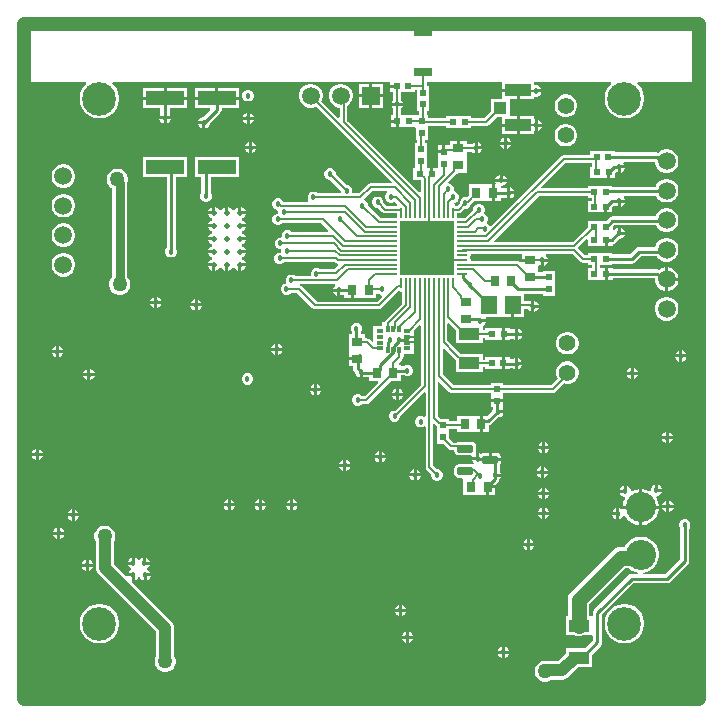
<source format=gbl>
G04*
G04 #@! TF.GenerationSoftware,Altium Limited,Altium Designer,21.0.8 (223)*
G04*
G04 Layer_Physical_Order=4*
G04 Layer_Color=16711680*
%FSLAX25Y25*%
%MOIN*%
G70*
G04*
G04 #@! TF.SameCoordinates,5411D855-6831-4FB7-8657-0D58C5C57482*
G04*
G04*
G04 #@! TF.FilePolarity,Positive*
G04*
G01*
G75*
%ADD12C,0.00500*%
%ADD18C,0.01000*%
%ADD19C,0.04724*%
%ADD21R,0.03150X0.03543*%
%ADD23R,0.02362X0.01968*%
%ADD24R,0.05512X0.05906*%
%ADD26R,0.01968X0.02362*%
%ADD27R,0.03543X0.03150*%
%ADD45C,0.04000*%
%ADD47C,0.03000*%
%ADD49C,0.05900*%
%ADD50C,0.11200*%
%ADD51C,0.10039*%
%ADD52C,0.05906*%
%ADD53R,0.05906X0.05906*%
%ADD54C,0.05500*%
%ADD55C,0.03000*%
%ADD56C,0.05000*%
%ADD57C,0.01800*%
%ADD58C,0.01968*%
%ADD74O,0.00787X0.03740*%
%ADD75O,0.03740X0.00787*%
%ADD76R,0.18110X0.18110*%
%ADD77R,0.07087X0.03937*%
%ADD78R,0.06299X0.03150*%
%ADD79R,0.12598X0.04747*%
%ADD80R,0.08661X0.04134*%
%ADD81R,0.04134X0.03937*%
G04:AMPARAMS|DCode=82|XSize=51.18mil|YSize=23.62mil|CornerRadius=2.01mil|HoleSize=0mil|Usage=FLASHONLY|Rotation=0.000|XOffset=0mil|YOffset=0mil|HoleType=Round|Shape=RoundedRectangle|*
%AMROUNDEDRECTD82*
21,1,0.05118,0.01961,0,0,0.0*
21,1,0.04717,0.02362,0,0,0.0*
1,1,0.00402,0.02358,-0.00980*
1,1,0.00402,-0.02358,-0.00980*
1,1,0.00402,-0.02358,0.00980*
1,1,0.00402,0.02358,0.00980*
%
%ADD82ROUNDEDRECTD82*%
%ADD83R,0.06693X0.04331*%
%ADD84R,0.02264X0.01378*%
%ADD85R,0.01378X0.02264*%
%ADD86C,0.00578*%
%ADD87C,0.05000*%
G36*
X120847Y169260D02*
X120993Y168772D01*
X120564Y168343D01*
X120275Y167644D01*
Y166888D01*
X120564Y166190D01*
X121098Y165656D01*
X121797Y165366D01*
X122553D01*
X123251Y165656D01*
X123368Y165772D01*
X124349Y164791D01*
X124142Y164291D01*
X120794D01*
X119668Y165417D01*
Y165857D01*
X119379Y166556D01*
X118844Y167090D01*
X118146Y167379D01*
X117390D01*
X116692Y167090D01*
X116157Y166556D01*
X115868Y165857D01*
Y165102D01*
X116157Y164403D01*
X116692Y163869D01*
X117390Y163579D01*
X117901D01*
X119365Y162115D01*
X119778Y161839D01*
X120266Y161742D01*
X124134D01*
Y160740D01*
X124084Y160308D01*
X123652Y160258D01*
X121126D01*
X120582Y160150D01*
X120525Y160111D01*
X118750D01*
X114607Y164254D01*
Y164730D01*
X114318Y165428D01*
X113784Y165963D01*
X113476Y166090D01*
X113359Y166680D01*
X115951Y169272D01*
X120840D01*
X120847Y169260D01*
D02*
G37*
G36*
X165772Y146691D02*
X168543D01*
Y145691D01*
X165726D01*
X165310Y145519D01*
X165263Y145565D01*
X164850Y145841D01*
X164362Y145938D01*
X148975D01*
X148728Y146239D01*
X148620Y146782D01*
X148457Y147026D01*
X148620Y147270D01*
X148728Y147813D01*
X149036Y148188D01*
X165772D01*
Y146691D01*
D02*
G37*
G36*
X103411Y138187D02*
X103558Y137696D01*
X103130Y137268D01*
X102891Y136691D01*
X104741D01*
Y136191D01*
X105241D01*
Y134342D01*
X105817Y134581D01*
X105898Y134662D01*
X106712D01*
Y133420D01*
X108787D01*
Y136191D01*
X109787D01*
Y133420D01*
X111724D01*
X111862Y133420D01*
X112224D01*
X112362Y133420D01*
X117374D01*
Y134820D01*
X117874Y135002D01*
X118081Y134795D01*
X118780Y134506D01*
X118990D01*
X119197Y134006D01*
X117581Y132390D01*
X97449D01*
X92436Y137404D01*
X92022Y137680D01*
X91941Y137696D01*
X91990Y138196D01*
X103405D01*
X103411Y138187D01*
D02*
G37*
G36*
X20440Y205480D02*
X20647Y204980D01*
X19873Y204207D01*
X19151Y203126D01*
X18654Y201925D01*
X18400Y200650D01*
Y199350D01*
X18654Y198075D01*
X19151Y196874D01*
X19873Y195793D01*
X20793Y194873D01*
X21874Y194151D01*
X23075Y193654D01*
X24350Y193400D01*
X25650D01*
X26925Y193654D01*
X28126Y194151D01*
X29207Y194873D01*
X30127Y195793D01*
X30849Y196874D01*
X31346Y198075D01*
X31600Y199350D01*
Y200650D01*
X31346Y201925D01*
X30849Y203126D01*
X30127Y204207D01*
X29353Y204980D01*
X29560Y205480D01*
X121885Y205480D01*
Y204601D01*
X124066D01*
Y203601D01*
X121885D01*
Y202117D01*
X122949D01*
Y199573D01*
X122652Y199277D01*
X122414Y198700D01*
X126112D01*
X125874Y199277D01*
X125577Y199573D01*
Y202117D01*
X130184D01*
Y202787D01*
X130963D01*
Y199816D01*
Y195879D01*
X131632D01*
Y194678D01*
X130657D01*
Y194678D01*
X130381Y194481D01*
X125577D01*
Y196828D01*
X125874Y197124D01*
X126112Y197701D01*
X122414D01*
X122652Y197124D01*
X122949Y196828D01*
Y194481D01*
X122082D01*
Y192997D01*
X124263D01*
Y192497D01*
X124763D01*
Y190513D01*
X130381D01*
X130657Y190127D01*
Y186379D01*
X131042D01*
Y185278D01*
X130372D01*
Y180916D01*
Y176979D01*
X129939Y176816D01*
X129673D01*
Y172847D01*
X132115D01*
Y168962D01*
X131653Y168771D01*
X107712Y192712D01*
Y197713D01*
X107927Y197837D01*
X108663Y198573D01*
X109183Y199474D01*
X109453Y200480D01*
Y201520D01*
X109183Y202526D01*
X108663Y203427D01*
X107927Y204163D01*
X107026Y204683D01*
X106020Y204953D01*
X104980D01*
X103974Y204683D01*
X103073Y204163D01*
X102337Y203427D01*
X101817Y202526D01*
X101547Y201520D01*
Y200480D01*
X101817Y199474D01*
X102337Y198573D01*
X103073Y197837D01*
X103974Y197317D01*
X104980Y197047D01*
X105163D01*
Y193793D01*
X104701Y193602D01*
X99053Y199249D01*
X99183Y199474D01*
X99453Y200480D01*
Y201520D01*
X99183Y202526D01*
X98663Y203427D01*
X97927Y204163D01*
X97026Y204683D01*
X96020Y204953D01*
X94980D01*
X93974Y204683D01*
X93073Y204163D01*
X92337Y203427D01*
X91817Y202526D01*
X91547Y201520D01*
Y200480D01*
X91817Y199474D01*
X92337Y198573D01*
X93073Y197837D01*
X93974Y197317D01*
X94980Y197047D01*
X96020D01*
X97026Y197317D01*
X97251Y197447D01*
X122415Y172283D01*
X122224Y171821D01*
X115423D01*
X114935Y171724D01*
X114522Y171447D01*
X111477Y168403D01*
X109632D01*
X109354Y168819D01*
X109388Y168901D01*
Y169656D01*
X109099Y170355D01*
X108564Y170889D01*
X107866Y171178D01*
X107390D01*
X103730Y174839D01*
Y175278D01*
X103440Y175977D01*
X102906Y176511D01*
X102208Y176801D01*
X101452D01*
X100753Y176511D01*
X100219Y175977D01*
X99930Y175278D01*
Y174523D01*
X100219Y173824D01*
X100753Y173290D01*
X101452Y173001D01*
X101963D01*
X105588Y169376D01*
Y168901D01*
X105622Y168819D01*
X105344Y168403D01*
X97759D01*
X97423Y168739D01*
X96725Y169028D01*
X95969D01*
X95270Y168739D01*
X94736Y168205D01*
X94447Y167506D01*
Y166751D01*
X94705Y166126D01*
X94508Y165626D01*
X86308D01*
X86165Y165972D01*
X85631Y166507D01*
X84932Y166796D01*
X84176D01*
X83478Y166507D01*
X82944Y165972D01*
X82654Y165274D01*
Y164518D01*
X82944Y163820D01*
X83478Y163285D01*
X84176Y162996D01*
X84370D01*
X84648Y162580D01*
X84643Y162569D01*
Y161813D01*
X84542Y161662D01*
X84176D01*
X83478Y161373D01*
X82944Y160838D01*
X82654Y160140D01*
Y159384D01*
X82944Y158686D01*
X83478Y158151D01*
X84176Y157862D01*
X84932D01*
X85631Y158151D01*
X85967Y158488D01*
X98990D01*
X101377Y156101D01*
X101186Y155639D01*
X89097D01*
X88761Y155975D01*
X88062Y156265D01*
X87306D01*
X86608Y155975D01*
X86073Y155441D01*
X85784Y154743D01*
Y154124D01*
X85776Y153980D01*
X85377Y153662D01*
X85003D01*
X84305Y153373D01*
X83770Y152839D01*
X83481Y152140D01*
Y151384D01*
X83770Y150686D01*
X84305Y150152D01*
X85003Y149862D01*
X85439D01*
X85587Y149640D01*
Y149124D01*
X85507Y148845D01*
X85138Y148662D01*
X84698D01*
X84000Y148373D01*
X83466Y147838D01*
X83176Y147140D01*
Y146384D01*
X83466Y145686D01*
X84000Y145151D01*
X84698Y144862D01*
X85454D01*
X86153Y145151D01*
X86489Y145488D01*
X103505D01*
X103656Y145337D01*
X104069Y145061D01*
X104537Y144968D01*
X104663Y144783D01*
X104779Y144502D01*
X103361Y143084D01*
X98583D01*
X98436Y143231D01*
X97737Y143520D01*
X96982D01*
X96283Y143231D01*
X95749Y142697D01*
X95460Y141999D01*
Y141243D01*
X95494Y141161D01*
X95216Y140745D01*
X90459D01*
X90123Y141081D01*
X89424Y141370D01*
X88669D01*
X87970Y141081D01*
X87436Y140547D01*
X87146Y139848D01*
Y139093D01*
X87266Y138804D01*
X87156Y138641D01*
X86907Y138365D01*
X86299Y138113D01*
X85764Y137579D01*
X85475Y136880D01*
Y136125D01*
X85764Y135426D01*
X86299Y134892D01*
X86997Y134602D01*
X87753D01*
X88451Y134892D01*
X88788Y135228D01*
X91007D01*
X96020Y130215D01*
X96433Y129938D01*
X96921Y129841D01*
X118109D01*
X118597Y129938D01*
X119011Y130215D01*
X124746Y135950D01*
X125011Y135772D01*
X125555Y135664D01*
X125855Y135418D01*
Y131644D01*
X120174Y125962D01*
X119897Y125549D01*
X119871Y125416D01*
X119386D01*
Y124333D01*
X116335D01*
Y119201D01*
X115835Y118993D01*
X115072Y119756D01*
X114658Y120032D01*
X114171Y120129D01*
X113684D01*
Y121430D01*
X112245D01*
Y122199D01*
X112326Y122281D01*
X112616Y122979D01*
Y123735D01*
X112326Y124433D01*
X111792Y124968D01*
X111093Y125257D01*
X110338D01*
X109639Y124968D01*
X109105Y124433D01*
X108816Y123735D01*
Y122979D01*
X109105Y122281D01*
X109186Y122199D01*
Y121430D01*
X108141D01*
Y116280D01*
X108141Y116280D01*
Y115918D01*
X108141D01*
X108141Y115780D01*
Y113843D01*
X110912D01*
Y112843D01*
X108141D01*
Y110768D01*
X109580D01*
Y110190D01*
X109696Y109605D01*
X110028Y109109D01*
X110319Y108818D01*
X110279Y108618D01*
X110395Y108033D01*
X110727Y107537D01*
X111125Y107272D01*
X111172Y107224D01*
X111748Y106986D01*
Y108835D01*
X112748D01*
Y106986D01*
X112998Y107089D01*
X114957D01*
Y105847D01*
X117816D01*
X118007Y105385D01*
X113401Y100779D01*
X112522D01*
X112186Y101115D01*
X111487Y101404D01*
X110731D01*
X110033Y101115D01*
X109499Y100580D01*
X109209Y99882D01*
Y99126D01*
X109499Y98428D01*
X110033Y97893D01*
X110731Y97604D01*
X111487D01*
X112186Y97893D01*
X112522Y98230D01*
X113929D01*
X114417Y98327D01*
X114830Y98603D01*
X122074Y105847D01*
X125618D01*
Y107811D01*
X126527D01*
X126609Y107730D01*
X127307Y107441D01*
X128063D01*
X128761Y107730D01*
X129296Y108265D01*
X129585Y108963D01*
Y109719D01*
X129296Y110417D01*
X128761Y110951D01*
X128063Y111241D01*
X127307D01*
X126609Y110951D01*
X126527Y110870D01*
X125618D01*
Y111390D01*
X124975D01*
X124784Y111852D01*
X125913Y112981D01*
X126189Y113395D01*
X126286Y113882D01*
Y113967D01*
X126701D01*
Y115050D01*
X129752D01*
Y118428D01*
X127620D01*
Y119207D01*
X129752D01*
Y120176D01*
X127620D01*
Y120955D01*
X129752D01*
Y122531D01*
X131693Y124471D01*
X132155Y124280D01*
Y104712D01*
X123491Y96048D01*
X123015D01*
X122317Y95758D01*
X121782Y95224D01*
X121493Y94526D01*
Y93770D01*
X121782Y93072D01*
X122317Y92537D01*
X123015Y92248D01*
X123771D01*
X124469Y92537D01*
X125004Y93072D01*
X125293Y93770D01*
Y94245D01*
X133267Y102220D01*
X133729Y102029D01*
Y94064D01*
X133229Y93856D01*
X133174Y93912D01*
X132475Y94202D01*
X131719D01*
X131021Y93912D01*
X130487Y93378D01*
X130197Y92680D01*
Y91924D01*
X130487Y91225D01*
X131021Y90691D01*
X131719Y90402D01*
X132475D01*
X133174Y90691D01*
X133229Y90747D01*
X133729Y90540D01*
Y77121D01*
X133826Y76633D01*
X134103Y76219D01*
X135600Y74722D01*
Y74247D01*
X135889Y73548D01*
X136424Y73014D01*
X137122Y72724D01*
X137878D01*
X138576Y73014D01*
X139111Y73548D01*
X139400Y74247D01*
Y75002D01*
X139111Y75701D01*
X138576Y76235D01*
X137878Y76525D01*
X137402D01*
X136278Y77649D01*
Y91440D01*
X136740Y91631D01*
X137221Y91150D01*
X137516Y90953D01*
Y88939D01*
Y85002D01*
X139682D01*
X141467Y83217D01*
X141881Y82941D01*
X142369Y82844D01*
X143376D01*
Y82407D01*
X143469Y81939D01*
X143734Y81542D01*
X144132Y81276D01*
X144600Y81183D01*
X148974D01*
X149309Y80683D01*
X149243Y80524D01*
X150592D01*
Y82285D01*
X150566Y82311D01*
X150537Y82386D01*
X150541Y82407D01*
Y84368D01*
X150448Y84837D01*
X150182Y85234D01*
X149785Y85499D01*
X149317Y85592D01*
X144600D01*
X144132Y85499D01*
X143972Y85392D01*
X142897D01*
X141484Y86805D01*
Y89846D01*
X144187D01*
Y88740D01*
X149336D01*
Y88740D01*
X149699D01*
Y88740D01*
X151773D01*
Y91512D01*
Y94284D01*
X149699D01*
Y94284D01*
X149336D01*
Y94284D01*
X144187D01*
Y92395D01*
X141484D01*
Y93302D01*
X138889D01*
X138766Y93326D01*
X138650D01*
X137853Y94123D01*
Y105477D01*
X138315Y105668D01*
X141693Y102290D01*
X142107Y102014D01*
X142594Y101917D01*
X155559D01*
Y99754D01*
X157543D01*
X159528D01*
Y101917D01*
X176212D01*
X176700Y102014D01*
X177113Y102290D01*
X179887Y105064D01*
X180506Y104898D01*
X181494D01*
X182448Y105154D01*
X183302Y105648D01*
X184001Y106346D01*
X184494Y107201D01*
X184750Y108155D01*
Y109142D01*
X184494Y110096D01*
X184001Y110951D01*
X183302Y111649D01*
X182448Y112143D01*
X181494Y112398D01*
X180506D01*
X179552Y112143D01*
X178698Y111649D01*
X177999Y110951D01*
X177506Y110096D01*
X177250Y109142D01*
Y108155D01*
X177506Y107201D01*
X177840Y106622D01*
X175684Y104466D01*
X159528D01*
Y105373D01*
X155559D01*
Y104466D01*
X143122D01*
X139428Y108160D01*
Y116674D01*
X139890Y116865D01*
X142465Y114290D01*
X142465Y114290D01*
X143827Y112928D01*
Y108794D01*
X152913D01*
Y110488D01*
X153555D01*
Y109778D01*
X159173D01*
Y111762D01*
Y113746D01*
X153555D01*
Y113037D01*
X152913D01*
Y114731D01*
X145629D01*
X144268Y116092D01*
X144268Y116092D01*
X141003Y119357D01*
Y124942D01*
X141465Y125133D01*
X143827Y122771D01*
Y118636D01*
X152913D01*
Y120330D01*
X153657D01*
Y119620D01*
X159275D01*
Y121605D01*
Y123589D01*
X153657D01*
Y122879D01*
X152913D01*
Y124291D01*
X153120Y124376D01*
X153654Y124910D01*
X153893Y125487D01*
X152043D01*
Y126487D01*
X153893D01*
X153752Y126825D01*
X154045Y127325D01*
X158610D01*
Y127325D01*
X158972D01*
Y127325D01*
X162228D01*
Y131278D01*
X163228D01*
Y127325D01*
X166484D01*
Y130003D01*
X167794D01*
X167942Y129646D01*
X168477Y129112D01*
X169053Y128873D01*
Y130723D01*
Y132572D01*
X168889Y132504D01*
X168646Y132553D01*
X166484D01*
Y135002D01*
X173016D01*
Y134350D01*
X176984D01*
Y138287D01*
Y142650D01*
X173016D01*
Y142189D01*
X171315D01*
Y143117D01*
X171315Y143254D01*
X171315D01*
Y143617D01*
X171315D01*
Y144231D01*
X171815Y144499D01*
X172195Y144342D01*
Y146191D01*
X172695D01*
Y146691D01*
X174544D01*
X174305Y147268D01*
X173885Y147688D01*
X174045Y148188D01*
X182856D01*
X185371Y145673D01*
X185784Y145397D01*
X186272Y145300D01*
X187736D01*
Y144590D01*
X189300D01*
Y143594D01*
X187799D01*
Y139626D01*
X193417D01*
Y141610D01*
Y143594D01*
X191849D01*
Y144590D01*
X196035D01*
Y145045D01*
X202539D01*
X203125Y145162D01*
X203621Y145493D01*
X205598Y147471D01*
X210808D01*
X210937Y147246D01*
X211672Y146511D01*
X212573Y145991D01*
X213578Y145722D01*
X214618D01*
X215622Y145991D01*
X216523Y146511D01*
X217259Y147246D01*
X217779Y148147D01*
X218048Y149152D01*
Y150192D01*
X217779Y151196D01*
X217259Y152097D01*
X216523Y152832D01*
X215622Y153352D01*
X214618Y153622D01*
X213578D01*
X212573Y153352D01*
X211672Y152832D01*
X210937Y152097D01*
X210417Y151196D01*
X210238Y150529D01*
X204965D01*
X204379Y150413D01*
X203883Y150081D01*
X201906Y148104D01*
X196035D01*
Y148559D01*
X187736D01*
Y147849D01*
X186800D01*
X184436Y150213D01*
X187337Y153113D01*
X187799Y152922D01*
Y150748D01*
X193417D01*
Y152732D01*
X194417D01*
Y150748D01*
X196098D01*
Y151523D01*
X196504Y151604D01*
X197000Y151936D01*
X198320Y153256D01*
X198651D01*
X199350Y153545D01*
X199884Y154079D01*
X200123Y154656D01*
X198274D01*
Y155156D01*
X197774D01*
Y157005D01*
X197197Y156766D01*
X196663Y156232D01*
X196598Y156075D01*
X196098Y156175D01*
Y157183D01*
X196646Y157731D01*
X210566D01*
X210937Y157089D01*
X211672Y156353D01*
X212573Y155833D01*
X213578Y155564D01*
X214618D01*
X215622Y155833D01*
X216523Y156353D01*
X217259Y157089D01*
X217779Y157990D01*
X218048Y158994D01*
Y160034D01*
X217779Y161039D01*
X217259Y161940D01*
X216523Y162675D01*
X215622Y163195D01*
X214618Y163464D01*
X213578D01*
X212573Y163195D01*
X211672Y162675D01*
X210937Y161940D01*
X210417Y161039D01*
X210350Y160790D01*
X196012D01*
X195427Y160673D01*
X194931Y160342D01*
X193935Y159346D01*
X187799D01*
Y157180D01*
X182856Y152237D01*
X156714D01*
X156523Y152699D01*
X171443Y167619D01*
X187736D01*
Y166909D01*
X189103D01*
Y166043D01*
X187736D01*
Y162075D01*
X193354D01*
Y164059D01*
X194354D01*
Y162075D01*
X196035D01*
Y163903D01*
X196476Y164345D01*
X197134D01*
X197197Y164281D01*
X197774Y164042D01*
Y165892D01*
X198274D01*
Y166392D01*
X200123D01*
X199884Y166968D01*
X199757Y167096D01*
X199964Y167596D01*
X210554D01*
X210937Y166931D01*
X211672Y166196D01*
X212573Y165676D01*
X213578Y165407D01*
X214618D01*
X215622Y165676D01*
X216523Y166196D01*
X217259Y166931D01*
X217779Y167832D01*
X218048Y168837D01*
Y169877D01*
X217779Y170881D01*
X217259Y171782D01*
X216523Y172517D01*
X215622Y173038D01*
X214618Y173307D01*
X213578D01*
X212573Y173038D01*
X211672Y172517D01*
X210937Y171782D01*
X210417Y170881D01*
X210356Y170654D01*
X196035D01*
Y170878D01*
X187736D01*
Y170168D01*
X172524D01*
X172332Y170630D01*
X180261Y178558D01*
X189300D01*
Y177378D01*
X188720D01*
Y173409D01*
X194338D01*
Y175394D01*
X195338D01*
Y173409D01*
X197019D01*
Y175215D01*
X197348Y175544D01*
X197370D01*
X197774Y175377D01*
Y177227D01*
X198274D01*
Y177727D01*
X200123D01*
X199884Y178303D01*
X199650Y178538D01*
X199857Y179038D01*
X210108D01*
X210148Y179011D01*
Y178679D01*
X210417Y177674D01*
X210937Y176774D01*
X211672Y176038D01*
X212573Y175518D01*
X213578Y175249D01*
X214618D01*
X215622Y175518D01*
X216523Y176038D01*
X217259Y176774D01*
X217779Y177674D01*
X218048Y178679D01*
Y179719D01*
X217779Y180724D01*
X217259Y181624D01*
X216523Y182360D01*
X215622Y182880D01*
X214618Y183149D01*
X213578D01*
X212573Y182880D01*
X211672Y182360D01*
X211297Y181984D01*
X210733Y182096D01*
X196890D01*
Y182551D01*
X188591D01*
Y181107D01*
X179733D01*
X179245Y181010D01*
X178831Y180734D01*
X155600Y157503D01*
X155110Y157600D01*
X155076Y157682D01*
X154541Y158217D01*
X154344Y158298D01*
X154341Y158315D01*
X154294Y158860D01*
X154542Y159459D01*
Y160215D01*
X154253Y160913D01*
X153718Y161448D01*
X153459Y161555D01*
X153115Y161918D01*
X153404Y162617D01*
Y163373D01*
X153115Y164071D01*
X152580Y164605D01*
X151882Y164894D01*
X151126D01*
X150428Y164605D01*
X149893Y164071D01*
X149604Y163373D01*
Y162917D01*
X146945Y160258D01*
X144781D01*
X144349Y160308D01*
X144299Y160740D01*
Y161742D01*
X144760D01*
X145248Y161839D01*
X145661Y162115D01*
X146914Y163368D01*
X147390D01*
X148088Y163657D01*
X148623Y164192D01*
X148899Y164859D01*
X149944Y165904D01*
X153154D01*
X153291Y165904D01*
X153654D01*
X153791Y165904D01*
X155728D01*
Y168676D01*
Y171447D01*
X153791D01*
X153654Y171447D01*
X153291D01*
X153154Y171447D01*
X148142D01*
Y167706D01*
X147541Y167105D01*
X147390Y167168D01*
X146634D01*
X145936Y166879D01*
X145401Y166344D01*
X145112Y165646D01*
Y165170D01*
X144232Y164291D01*
X143853D01*
X143422Y164579D01*
X143264Y165120D01*
X143317Y165204D01*
X143322Y165205D01*
X143421D01*
X144120Y165495D01*
X144654Y166029D01*
X144943Y166727D01*
Y167483D01*
X144654Y168182D01*
X144120Y168716D01*
X143456Y168991D01*
X143203Y169424D01*
Y170180D01*
X142914Y170878D01*
X142379Y171413D01*
X141681Y171702D01*
X141581D01*
X141390Y172164D01*
X144252Y175025D01*
X144491Y175384D01*
X147465D01*
Y180533D01*
X147465D01*
Y180896D01*
X147465D01*
Y182320D01*
X149275D01*
X149611Y181984D01*
X150188Y181745D01*
Y183595D01*
Y185444D01*
X149611Y185205D01*
X149275Y184869D01*
X147465D01*
Y186045D01*
X145193D01*
Y183470D01*
X144193D01*
Y186045D01*
X141922D01*
Y184904D01*
X141712Y184491D01*
X140840D01*
X140692Y184520D01*
X140228D01*
Y182309D01*
X139728D01*
Y181809D01*
X137744D01*
Y180128D01*
Y176816D01*
X136291D01*
Y174832D01*
X135291D01*
Y176816D01*
X134773D01*
X134341Y176979D01*
Y180916D01*
Y185278D01*
X133670D01*
Y186379D01*
X134626D01*
Y190846D01*
X140642D01*
Y190236D01*
X148941D01*
Y190906D01*
X153800D01*
X153800Y190906D01*
X154303Y191006D01*
X154730Y191291D01*
X157470Y194032D01*
X159352D01*
Y191693D01*
X164182D01*
Y194260D01*
X161746D01*
Y199740D01*
X164182D01*
Y202307D01*
X159352D01*
Y199969D01*
X155612D01*
Y195890D01*
X153256Y193534D01*
X148941D01*
Y194204D01*
X140642D01*
Y193491D01*
X140555Y193474D01*
X134626D01*
Y194678D01*
X134261D01*
Y195879D01*
X134931D01*
Y199816D01*
Y204178D01*
X134358D01*
Y205480D01*
X159352D01*
Y203307D01*
X164682D01*
Y202807D01*
X165182D01*
Y199740D01*
X170013D01*
Y200600D01*
X170112Y200665D01*
X170868D01*
X171566Y200955D01*
X172100Y201489D01*
X172339Y202065D01*
X170490D01*
Y203065D01*
X172339D01*
X172100Y203642D01*
X171566Y204176D01*
X170868Y204465D01*
X170112D01*
X170013Y204531D01*
Y205480D01*
X195440D01*
X195647Y204980D01*
X194873Y204207D01*
X194151Y203126D01*
X193654Y201925D01*
X193400Y200650D01*
Y199350D01*
X193654Y198075D01*
X194151Y196874D01*
X194873Y195793D01*
X195793Y194873D01*
X196874Y194151D01*
X198075Y193654D01*
X199350Y193400D01*
X200650D01*
X201925Y193654D01*
X203126Y194151D01*
X204207Y194873D01*
X205127Y195793D01*
X205849Y196874D01*
X206346Y198075D01*
X206600Y199350D01*
Y200650D01*
X206346Y201925D01*
X205849Y203126D01*
X205127Y204207D01*
X204353Y204980D01*
X204560Y205480D01*
X225000D01*
X225000Y204980D01*
X225000Y0D01*
X0D01*
Y204980D01*
X500Y205480D01*
X20440D01*
D02*
G37*
%LPC*%
G36*
X104241Y135691D02*
X102891D01*
X103130Y135115D01*
X103664Y134581D01*
X104241Y134342D01*
Y135691D01*
D02*
G37*
G36*
X119453Y204953D02*
X116000D01*
Y201500D01*
X119453D01*
Y204953D01*
D02*
G37*
G36*
X115000D02*
X111547D01*
Y201500D01*
X115000D01*
Y204953D01*
D02*
G37*
G36*
X71496Y203493D02*
X64697D01*
Y200620D01*
X71496D01*
Y203493D01*
D02*
G37*
G36*
X54204D02*
X47405D01*
Y200620D01*
X54204D01*
Y203493D01*
D02*
G37*
G36*
X63697D02*
X56898D01*
Y200620D01*
X63697D01*
Y203493D01*
D02*
G37*
G36*
X46405D02*
X39606D01*
Y200620D01*
X46405D01*
Y203493D01*
D02*
G37*
G36*
X74995Y202900D02*
X74239D01*
X73541Y202611D01*
X73007Y202076D01*
X72717Y201378D01*
Y200622D01*
X73007Y199924D01*
X73541Y199389D01*
X74239Y199100D01*
X74995D01*
X75694Y199389D01*
X76228Y199924D01*
X76517Y200622D01*
Y201378D01*
X76228Y202076D01*
X75694Y202611D01*
X74995Y202900D01*
D02*
G37*
G36*
X119453Y200500D02*
X116000D01*
Y197047D01*
X119453D01*
Y200500D01*
D02*
G37*
G36*
X115000D02*
X111547D01*
Y197047D01*
X115000D01*
Y200500D01*
D02*
G37*
G36*
X54204Y199620D02*
X46905D01*
X39606D01*
Y196747D01*
X45375D01*
Y194752D01*
X45294Y194670D01*
X45055Y194094D01*
X48754D01*
X48515Y194670D01*
X48434Y194752D01*
Y196747D01*
X54204D01*
Y199620D01*
D02*
G37*
G36*
X75117Y195273D02*
Y193923D01*
X76467D01*
X76228Y194500D01*
X75694Y195034D01*
X75117Y195273D01*
D02*
G37*
G36*
X74117D02*
X73541Y195034D01*
X73007Y194500D01*
X72768Y193923D01*
X74117D01*
Y195273D01*
D02*
G37*
G36*
X180994Y201414D02*
X180006D01*
X179052Y201158D01*
X178198Y200665D01*
X177499Y199966D01*
X177006Y199111D01*
X176750Y198158D01*
Y197170D01*
X177006Y196216D01*
X177499Y195361D01*
X178198Y194663D01*
X179052Y194169D01*
X180006Y193914D01*
X180994D01*
X181948Y194169D01*
X182802Y194663D01*
X183501Y195361D01*
X183994Y196216D01*
X184250Y197170D01*
Y198158D01*
X183994Y199111D01*
X183501Y199966D01*
X182802Y200665D01*
X181948Y201158D01*
X180994Y201414D01*
D02*
G37*
G36*
X48754Y193094D02*
X47405D01*
Y191745D01*
X47981Y191983D01*
X48515Y192518D01*
X48754Y193094D01*
D02*
G37*
G36*
X46405D02*
X45055D01*
X45294Y192518D01*
X45828Y191983D01*
X46405Y191745D01*
Y193094D01*
D02*
G37*
G36*
X171142Y193042D02*
Y191693D01*
X172491D01*
X172252Y192269D01*
X171718Y192804D01*
X171142Y193042D01*
D02*
G37*
G36*
X76467Y192923D02*
X75117D01*
Y191574D01*
X75694Y191813D01*
X76228Y192347D01*
X76467Y192923D01*
D02*
G37*
G36*
X74117D02*
X72768D01*
X73007Y192347D01*
X73541Y191813D01*
X74117Y191574D01*
Y192923D01*
D02*
G37*
G36*
X123763Y191997D02*
X122082D01*
Y190513D01*
X123763D01*
Y191997D01*
D02*
G37*
G36*
X71496Y199620D02*
X64197D01*
X56898D01*
Y196747D01*
X61761D01*
X61952Y196284D01*
X59568Y193900D01*
X59453D01*
X58754Y193611D01*
X58220Y193076D01*
X57981Y192500D01*
X59831D01*
Y192000D01*
X60331D01*
Y190151D01*
X60907Y190389D01*
X61441Y190924D01*
X61731Y191622D01*
Y191737D01*
X65278Y195285D01*
X65610Y195781D01*
X65726Y196366D01*
Y196747D01*
X71496D01*
Y199620D01*
D02*
G37*
G36*
X59331Y191500D02*
X57981D01*
X58220Y190924D01*
X58754Y190389D01*
X59331Y190151D01*
Y191500D01*
D02*
G37*
G36*
X172491Y190693D02*
X171142D01*
Y189344D01*
X171718Y189582D01*
X172252Y190117D01*
X172491Y190693D01*
D02*
G37*
G36*
X170013Y194260D02*
X165182D01*
Y191193D01*
Y188126D01*
X170013D01*
Y189126D01*
X170142Y189211D01*
Y191193D01*
Y193175D01*
X170013Y193260D01*
Y194260D01*
D02*
G37*
G36*
X164182Y190693D02*
X159352D01*
Y188126D01*
X164182D01*
Y190693D01*
D02*
G37*
G36*
X160905Y187001D02*
Y185652D01*
X162254D01*
X162016Y186228D01*
X161481Y186762D01*
X160905Y187001D01*
D02*
G37*
G36*
X159905D02*
X159329Y186762D01*
X158794Y186228D01*
X158555Y185652D01*
X159905D01*
Y187001D01*
D02*
G37*
G36*
X75945Y185541D02*
Y184192D01*
X77294D01*
X77055Y184768D01*
X76521Y185302D01*
X75945Y185541D01*
D02*
G37*
G36*
X74945D02*
X74368Y185302D01*
X73834Y184768D01*
X73595Y184192D01*
X74945D01*
Y185541D01*
D02*
G37*
G36*
X151188Y185444D02*
Y184095D01*
X152537D01*
X152298Y184671D01*
X151764Y185205D01*
X151188Y185444D01*
D02*
G37*
G36*
X180994Y191571D02*
X180006D01*
X179052Y191316D01*
X178198Y190822D01*
X177499Y190124D01*
X177006Y189269D01*
X176750Y188315D01*
Y187328D01*
X177006Y186374D01*
X177499Y185519D01*
X178198Y184820D01*
X179052Y184327D01*
X180006Y184071D01*
X180994D01*
X181948Y184327D01*
X182802Y184820D01*
X183501Y185519D01*
X183994Y186374D01*
X184250Y187328D01*
Y188315D01*
X183994Y189269D01*
X183501Y190124D01*
X182802Y190822D01*
X181948Y191316D01*
X180994Y191571D01*
D02*
G37*
G36*
X162254Y184652D02*
X160905D01*
Y183302D01*
X161481Y183541D01*
X162016Y184075D01*
X162254Y184652D01*
D02*
G37*
G36*
X159905D02*
X158555D01*
X158794Y184075D01*
X159329Y183541D01*
X159905Y183302D01*
Y184652D01*
D02*
G37*
G36*
X139228Y184491D02*
X137744D01*
Y182809D01*
X139228D01*
Y184491D01*
D02*
G37*
G36*
X77294Y183192D02*
X75945D01*
Y181842D01*
X76521Y182081D01*
X77055Y182615D01*
X77294Y183192D01*
D02*
G37*
G36*
X74945D02*
X73595D01*
X73834Y182615D01*
X74368Y182081D01*
X74945Y181842D01*
Y183192D01*
D02*
G37*
G36*
X152537Y183095D02*
X151188D01*
Y181745D01*
X151764Y181984D01*
X152298Y182518D01*
X152537Y183095D01*
D02*
G37*
G36*
X200123Y176727D02*
X198774D01*
Y175377D01*
X199350Y175616D01*
X199884Y176150D01*
X200123Y176727D01*
D02*
G37*
G36*
X159403Y174630D02*
Y173280D01*
X160753D01*
X160514Y173857D01*
X159980Y174391D01*
X159403Y174630D01*
D02*
G37*
G36*
X158403D02*
X157827Y174391D01*
X157293Y173857D01*
X157054Y173280D01*
X158403D01*
Y174630D01*
D02*
G37*
G36*
X160753Y172280D02*
X157054D01*
X157192Y171947D01*
X156896Y171447D01*
X156728D01*
Y168676D01*
Y165904D01*
X158803D01*
Y167056D01*
X160321D01*
X160402Y166974D01*
X160978Y166736D01*
Y168585D01*
Y170434D01*
X160402Y170196D01*
X160321Y170114D01*
X158803D01*
Y170880D01*
X159281D01*
X159980Y171170D01*
X160514Y171704D01*
X160753Y172280D01*
D02*
G37*
G36*
X13563Y178141D02*
X12523D01*
X11519Y177872D01*
X10618Y177352D01*
X9883Y176617D01*
X9362Y175716D01*
X9093Y174711D01*
Y173671D01*
X9362Y172667D01*
X9883Y171766D01*
X10618Y171031D01*
X11519Y170511D01*
X12523Y170241D01*
X13563D01*
X14568Y170511D01*
X15469Y171031D01*
X16204Y171766D01*
X16724Y172667D01*
X16993Y173671D01*
Y174711D01*
X16724Y175716D01*
X16204Y176617D01*
X15469Y177352D01*
X14568Y177872D01*
X13563Y178141D01*
D02*
G37*
G36*
X161978Y170434D02*
Y169085D01*
X163328D01*
X163089Y169661D01*
X162555Y170196D01*
X161978Y170434D01*
D02*
G37*
G36*
X163328Y168085D02*
X161978D01*
Y166736D01*
X162555Y166974D01*
X163089Y167509D01*
X163328Y168085D01*
D02*
G37*
G36*
X71496Y180636D02*
X56898D01*
Y173890D01*
X59056D01*
Y168558D01*
X58974Y168476D01*
X58685Y167778D01*
Y167022D01*
X58974Y166324D01*
X59509Y165789D01*
X60207Y165500D01*
X60963D01*
X61661Y165789D01*
X62196Y166324D01*
X62485Y167022D01*
Y167778D01*
X62196Y168476D01*
X62114Y168558D01*
Y173890D01*
X71496D01*
Y180636D01*
D02*
G37*
G36*
X200123Y165392D02*
X198774D01*
Y164042D01*
X199350Y164281D01*
X199884Y164816D01*
X200123Y165392D01*
D02*
G37*
G36*
X71374Y163927D02*
X70750Y163669D01*
X70192Y163111D01*
X69979Y162597D01*
X69438D01*
X69225Y163111D01*
X68667Y163669D01*
X68043Y163927D01*
Y161987D01*
X67043D01*
Y163927D01*
X66419Y163669D01*
X65861Y163111D01*
X65649Y162597D01*
X65107D01*
X64895Y163111D01*
X64337Y163669D01*
X63713Y163927D01*
Y161987D01*
X63213D01*
Y161487D01*
X61272D01*
X61530Y160863D01*
X62089Y160304D01*
X62602Y160092D01*
Y159551D01*
X62089Y159338D01*
X61530Y158780D01*
X61272Y158156D01*
X63213D01*
Y157156D01*
X61272D01*
X61530Y156532D01*
X62089Y155974D01*
X62602Y155761D01*
Y155220D01*
X62089Y155007D01*
X61530Y154449D01*
X61272Y153825D01*
X63213D01*
Y152825D01*
X61272D01*
X61530Y152201D01*
X62089Y151643D01*
X62602Y151430D01*
Y150889D01*
X62089Y150677D01*
X61530Y150119D01*
X61272Y149495D01*
X63213D01*
Y148495D01*
X61272D01*
X61530Y147871D01*
X62089Y147312D01*
X62602Y147100D01*
Y146559D01*
X62089Y146346D01*
X61530Y145788D01*
X61272Y145164D01*
X63213D01*
Y144664D01*
X63713D01*
Y142723D01*
X64337Y142982D01*
X64895Y143540D01*
X65107Y144053D01*
X65649D01*
X65861Y143540D01*
X66419Y142982D01*
X67043Y142723D01*
Y144664D01*
X68043D01*
Y142723D01*
X68667Y142982D01*
X69225Y143540D01*
X69438Y144053D01*
X69979D01*
X70192Y143540D01*
X70750Y142982D01*
X71374Y142723D01*
Y144664D01*
X71874D01*
Y145164D01*
X73815D01*
X73556Y145788D01*
X72998Y146346D01*
X72485Y146559D01*
Y147100D01*
X72998Y147312D01*
X73556Y147871D01*
X73815Y148495D01*
X71874D01*
Y149495D01*
X73815D01*
X73556Y150119D01*
X72998Y150677D01*
X72485Y150889D01*
Y151430D01*
X72998Y151643D01*
X73556Y152201D01*
X73815Y152825D01*
X71874D01*
Y153825D01*
X73815D01*
X73556Y154449D01*
X72998Y155007D01*
X72485Y155220D01*
Y155761D01*
X72998Y155974D01*
X73556Y156532D01*
X73815Y157156D01*
X71874D01*
Y158156D01*
X73815D01*
X73556Y158780D01*
X72998Y159338D01*
X72485Y159551D01*
Y160092D01*
X72998Y160304D01*
X73556Y160863D01*
X73815Y161487D01*
X71874D01*
Y161987D01*
X71374D01*
Y163927D01*
D02*
G37*
G36*
X72374D02*
Y162487D01*
X73815D01*
X73556Y163111D01*
X72998Y163669D01*
X72374Y163927D01*
D02*
G37*
G36*
X62713D02*
X62089Y163669D01*
X61530Y163111D01*
X61272Y162487D01*
X62713D01*
Y163927D01*
D02*
G37*
G36*
X13563Y168298D02*
X12523D01*
X11519Y168029D01*
X10618Y167509D01*
X9883Y166774D01*
X9362Y165873D01*
X9093Y164868D01*
Y163828D01*
X9362Y162824D01*
X9883Y161923D01*
X10618Y161188D01*
X11519Y160668D01*
X12523Y160398D01*
X13563D01*
X14568Y160668D01*
X15469Y161188D01*
X16204Y161923D01*
X16724Y162824D01*
X16993Y163828D01*
Y164868D01*
X16724Y165873D01*
X16204Y166774D01*
X15469Y167509D01*
X14568Y168029D01*
X13563Y168298D01*
D02*
G37*
G36*
X198774Y157005D02*
Y155656D01*
X200123D01*
X199884Y156232D01*
X199350Y156766D01*
X198774Y157005D01*
D02*
G37*
G36*
X13563Y158455D02*
X12523D01*
X11519Y158186D01*
X10618Y157666D01*
X9883Y156931D01*
X9362Y156030D01*
X9093Y155025D01*
Y153985D01*
X9362Y152981D01*
X9883Y152080D01*
X10618Y151345D01*
X11519Y150825D01*
X12523Y150555D01*
X13563D01*
X14568Y150825D01*
X15469Y151345D01*
X16204Y152080D01*
X16724Y152981D01*
X16993Y153985D01*
Y155025D01*
X16724Y156030D01*
X16204Y156931D01*
X15469Y157666D01*
X14568Y158186D01*
X13563Y158455D01*
D02*
G37*
G36*
X54204Y180636D02*
X39606D01*
Y173890D01*
X47396D01*
Y150158D01*
X47314Y150076D01*
X47025Y149378D01*
Y148622D01*
X47314Y147924D01*
X47849Y147389D01*
X48547Y147100D01*
X49303D01*
X50001Y147389D01*
X50536Y147924D01*
X50825Y148622D01*
Y149378D01*
X50536Y150076D01*
X50455Y150158D01*
Y173890D01*
X54204D01*
Y180636D01*
D02*
G37*
G36*
X174544Y145691D02*
X173195D01*
Y144342D01*
X173771Y144581D01*
X174305Y145115D01*
X174544Y145691D01*
D02*
G37*
G36*
X213598Y143779D02*
X213578D01*
X212573Y143510D01*
X211672Y142990D01*
X211654Y142971D01*
X211577Y143023D01*
X210991Y143139D01*
X196098D01*
Y143594D01*
X194417D01*
Y141610D01*
Y139626D01*
X196098D01*
Y140080D01*
X210148D01*
Y139309D01*
X210417Y138304D01*
X210937Y137404D01*
X211672Y136668D01*
X212573Y136148D01*
X213578Y135879D01*
X213598D01*
Y139829D01*
Y143779D01*
D02*
G37*
G36*
X73815Y144164D02*
X72374D01*
Y142723D01*
X72998Y142982D01*
X73556Y143540D01*
X73815Y144164D01*
D02*
G37*
G36*
X62713D02*
X61272D01*
X61530Y143540D01*
X62089Y142982D01*
X62713Y142723D01*
Y144164D01*
D02*
G37*
G36*
X13563Y148612D02*
X12523D01*
X11519Y148343D01*
X10618Y147823D01*
X9883Y147088D01*
X9362Y146187D01*
X9093Y145182D01*
Y144142D01*
X9362Y143138D01*
X9883Y142237D01*
X10618Y141502D01*
X11519Y140982D01*
X12523Y140712D01*
X13563D01*
X14568Y140982D01*
X15469Y141502D01*
X16204Y142237D01*
X16724Y143138D01*
X16993Y144142D01*
Y145182D01*
X16724Y146187D01*
X16204Y147088D01*
X15469Y147823D01*
X14568Y148343D01*
X13563Y148612D01*
D02*
G37*
G36*
X214618Y143779D02*
X214598D01*
Y140329D01*
X218048D01*
Y140349D01*
X217779Y141354D01*
X217259Y142254D01*
X216523Y142990D01*
X215622Y143510D01*
X214618Y143779D01*
D02*
G37*
G36*
X218048Y139329D02*
X214598D01*
Y135879D01*
X214618D01*
X215622Y136148D01*
X216523Y136668D01*
X217259Y137404D01*
X217779Y138304D01*
X218048Y139309D01*
Y139329D01*
D02*
G37*
G36*
X31395Y176661D02*
X30474D01*
X29583Y176422D01*
X28785Y175962D01*
X28134Y175310D01*
X27673Y174512D01*
X27435Y173622D01*
Y172700D01*
X27673Y171810D01*
X28134Y171012D01*
X28785Y170360D01*
X29261Y170085D01*
Y140518D01*
X29010Y140266D01*
X28549Y139468D01*
X28310Y138578D01*
Y137656D01*
X28549Y136766D01*
X29010Y135968D01*
X29661Y135316D01*
X30459Y134855D01*
X31350Y134617D01*
X32271D01*
X33161Y134855D01*
X33959Y135316D01*
X34611Y135968D01*
X35072Y136766D01*
X35310Y137656D01*
Y138578D01*
X35072Y139468D01*
X34611Y140266D01*
X34359Y140518D01*
Y171744D01*
X34282Y172132D01*
X34435Y172700D01*
Y173622D01*
X34196Y174512D01*
X33735Y175310D01*
X33084Y175962D01*
X32285Y176422D01*
X31395Y176661D01*
D02*
G37*
G36*
X44338Y133950D02*
Y132601D01*
X45688D01*
X45449Y133177D01*
X44915Y133711D01*
X44338Y133950D01*
D02*
G37*
G36*
X43338D02*
X42762Y133711D01*
X42228Y133177D01*
X41989Y132601D01*
X43338D01*
Y133950D01*
D02*
G37*
G36*
X57727Y133139D02*
Y131789D01*
X59076D01*
X58837Y132365D01*
X58303Y132900D01*
X57727Y133139D01*
D02*
G37*
G36*
X56727D02*
X56150Y132900D01*
X55616Y132365D01*
X55377Y131789D01*
X56727D01*
Y133139D01*
D02*
G37*
G36*
X170053Y132572D02*
Y131223D01*
X171403D01*
X171164Y131799D01*
X170629Y132333D01*
X170053Y132572D01*
D02*
G37*
G36*
X45688Y131601D02*
X44338D01*
Y130251D01*
X44915Y130490D01*
X45449Y131024D01*
X45688Y131601D01*
D02*
G37*
G36*
X43338D02*
X41989D01*
X42228Y131024D01*
X42762Y130490D01*
X43338Y130251D01*
Y131601D01*
D02*
G37*
G36*
X59076Y130789D02*
X57727D01*
Y129440D01*
X58303Y129678D01*
X58837Y130213D01*
X59076Y130789D01*
D02*
G37*
G36*
X56727D02*
X55377D01*
X55616Y130213D01*
X56150Y129678D01*
X56727Y129440D01*
Y130789D01*
D02*
G37*
G36*
X171403Y130223D02*
X170053D01*
Y128873D01*
X170629Y129112D01*
X171164Y129646D01*
X171403Y130223D01*
D02*
G37*
G36*
X214618Y133937D02*
X213578D01*
X212573Y133667D01*
X211672Y133147D01*
X210937Y132412D01*
X210417Y131511D01*
X210148Y130507D01*
Y129467D01*
X210417Y128462D01*
X210937Y127561D01*
X211672Y126826D01*
X212573Y126306D01*
X213578Y126037D01*
X214618D01*
X215622Y126306D01*
X216523Y126826D01*
X217259Y127561D01*
X217779Y128462D01*
X218048Y129467D01*
Y130507D01*
X217779Y131511D01*
X217259Y132412D01*
X216523Y133147D01*
X215622Y133667D01*
X214618Y133937D01*
D02*
G37*
G36*
X164704Y123308D02*
Y121959D01*
X166053D01*
X165815Y122535D01*
X165280Y123070D01*
X164704Y123308D01*
D02*
G37*
G36*
X166053Y120959D02*
X164704D01*
Y119609D01*
X165280Y119848D01*
X165815Y120383D01*
X166053Y120959D01*
D02*
G37*
G36*
X161957Y123589D02*
X160275D01*
Y121605D01*
Y119620D01*
X161957D01*
Y120002D01*
X162973D01*
X163128Y119848D01*
X163704Y119609D01*
Y121459D01*
Y123308D01*
X163128Y123070D01*
X163119Y123061D01*
X161957D01*
Y123589D01*
D02*
G37*
G36*
X84695Y118391D02*
Y117042D01*
X86045D01*
X85806Y117618D01*
X85271Y118153D01*
X84695Y118391D01*
D02*
G37*
G36*
X83695D02*
X83119Y118153D01*
X82584Y117618D01*
X82346Y117042D01*
X83695D01*
Y118391D01*
D02*
G37*
G36*
X11543Y117501D02*
Y116152D01*
X12893D01*
X12654Y116728D01*
X12120Y117263D01*
X11543Y117501D01*
D02*
G37*
G36*
X10543D02*
X9967Y117263D01*
X9432Y116728D01*
X9194Y116152D01*
X10543D01*
Y117501D01*
D02*
G37*
G36*
X181494Y122241D02*
X180506D01*
X179552Y121985D01*
X178698Y121492D01*
X177999Y120793D01*
X177506Y119938D01*
X177250Y118984D01*
Y117997D01*
X177506Y117043D01*
X177999Y116188D01*
X178698Y115490D01*
X179552Y114996D01*
X180506Y114741D01*
X181494D01*
X182448Y114996D01*
X183302Y115490D01*
X184001Y116188D01*
X184494Y117043D01*
X184750Y117997D01*
Y118984D01*
X184494Y119938D01*
X184001Y120793D01*
X183302Y121492D01*
X182448Y121985D01*
X181494Y122241D01*
D02*
G37*
G36*
X219346Y116080D02*
Y114730D01*
X220696D01*
X220457Y115306D01*
X219923Y115841D01*
X219346Y116080D01*
D02*
G37*
G36*
X218346D02*
X217770Y115841D01*
X217236Y115306D01*
X216997Y114730D01*
X218346D01*
Y116080D01*
D02*
G37*
G36*
X86045Y116042D02*
X84695D01*
Y114692D01*
X85271Y114931D01*
X85806Y115466D01*
X86045Y116042D01*
D02*
G37*
G36*
X83695D02*
X82346D01*
X82584Y115466D01*
X83119Y114931D01*
X83695Y114692D01*
Y116042D01*
D02*
G37*
G36*
X12893Y115152D02*
X11543D01*
Y113802D01*
X12120Y114041D01*
X12654Y114576D01*
X12893Y115152D01*
D02*
G37*
G36*
X10543D02*
X9194D01*
X9432Y114576D01*
X9967Y114041D01*
X10543Y113802D01*
Y115152D01*
D02*
G37*
G36*
X220696Y113730D02*
X219346D01*
Y112381D01*
X219923Y112619D01*
X220457Y113154D01*
X220696Y113730D01*
D02*
G37*
G36*
X218346D02*
X216997D01*
X217236Y113154D01*
X217770Y112619D01*
X218346Y112381D01*
Y113730D01*
D02*
G37*
G36*
X164602Y113466D02*
Y112116D01*
X165951D01*
X165712Y112693D01*
X165178Y113227D01*
X164602Y113466D01*
D02*
G37*
G36*
X165951Y111116D02*
X164602D01*
Y109767D01*
X165178Y110006D01*
X165712Y110540D01*
X165951Y111116D01*
D02*
G37*
G36*
X161854Y113746D02*
X160173D01*
Y111762D01*
Y109778D01*
X161854D01*
Y110160D01*
X162871D01*
X163025Y110006D01*
X163602Y109767D01*
Y111616D01*
Y113466D01*
X163025Y113227D01*
X163017Y113219D01*
X161854D01*
Y113746D01*
D02*
G37*
G36*
X203093Y110336D02*
Y108986D01*
X204443D01*
X204204Y109563D01*
X203669Y110097D01*
X203093Y110336D01*
D02*
G37*
G36*
X202093D02*
X201517Y110097D01*
X200982Y109563D01*
X200744Y108986D01*
X202093D01*
Y110336D01*
D02*
G37*
G36*
X22043Y109901D02*
Y108552D01*
X23393D01*
X23154Y109128D01*
X22619Y109663D01*
X22043Y109901D01*
D02*
G37*
G36*
X21043D02*
X20467Y109663D01*
X19932Y109128D01*
X19694Y108552D01*
X21043D01*
Y109901D01*
D02*
G37*
G36*
X204443Y107986D02*
X203093D01*
Y106637D01*
X203669Y106876D01*
X204204Y107410D01*
X204443Y107986D01*
D02*
G37*
G36*
X202093D02*
X200744D01*
X200982Y107410D01*
X201517Y106876D01*
X202093Y106637D01*
Y107986D01*
D02*
G37*
G36*
X23393Y107552D02*
X22043D01*
Y106202D01*
X22619Y106441D01*
X23154Y106975D01*
X23393Y107552D01*
D02*
G37*
G36*
X21043D02*
X19694D01*
X19932Y106975D01*
X20467Y106441D01*
X21043Y106202D01*
Y107552D01*
D02*
G37*
G36*
X74735Y108489D02*
X73980D01*
X73281Y108200D01*
X72747Y107665D01*
X72457Y106967D01*
Y106211D01*
X72747Y105513D01*
X73281Y104978D01*
X73980Y104689D01*
X74735D01*
X75434Y104978D01*
X75968Y105513D01*
X76257Y106211D01*
Y106967D01*
X75968Y107665D01*
X75434Y108200D01*
X74735Y108489D01*
D02*
G37*
G36*
X97550Y104809D02*
Y103460D01*
X98900D01*
X98661Y104036D01*
X98127Y104570D01*
X97550Y104809D01*
D02*
G37*
G36*
X96551D02*
X95974Y104570D01*
X95440Y104036D01*
X95201Y103460D01*
X96551D01*
Y104809D01*
D02*
G37*
G36*
X124885Y103313D02*
Y101963D01*
X126234D01*
X125996Y102539D01*
X125461Y103074D01*
X124885Y103313D01*
D02*
G37*
G36*
X123885D02*
X123309Y103074D01*
X122774Y102539D01*
X122536Y101963D01*
X123885D01*
Y103313D01*
D02*
G37*
G36*
X98900Y102460D02*
X97550D01*
Y101110D01*
X98127Y101349D01*
X98661Y101883D01*
X98900Y102460D01*
D02*
G37*
G36*
X96551D02*
X95201D01*
X95440Y101883D01*
X95974Y101349D01*
X96551Y101110D01*
Y102460D01*
D02*
G37*
G36*
X126234Y100963D02*
X124885D01*
Y99614D01*
X125461Y99852D01*
X125996Y100387D01*
X126234Y100963D01*
D02*
G37*
G36*
X123885D02*
X122536D01*
X122774Y100387D01*
X123309Y99852D01*
X123885Y99614D01*
Y100963D01*
D02*
G37*
G36*
X159528Y98754D02*
X157543D01*
X155559D01*
Y97073D01*
X156143D01*
Y96596D01*
X155902Y96014D01*
Y95956D01*
X154230Y94284D01*
X152773D01*
Y91512D01*
Y88740D01*
X154848D01*
Y91075D01*
X155267Y91159D01*
X155763Y91490D01*
X158009Y93736D01*
X158180D01*
X158879Y94025D01*
X159413Y94560D01*
X159652Y95136D01*
X157802D01*
Y96136D01*
X159652D01*
X159471Y96573D01*
X159528Y97073D01*
X159528Y97073D01*
X159528Y97073D01*
Y98754D01*
D02*
G37*
G36*
X214751Y88894D02*
Y87545D01*
X216100D01*
X215862Y88121D01*
X215327Y88656D01*
X214751Y88894D01*
D02*
G37*
G36*
X213751D02*
X213175Y88656D01*
X212640Y88121D01*
X212402Y87545D01*
X213751D01*
Y88894D01*
D02*
G37*
G36*
X216100Y86545D02*
X214751D01*
Y85195D01*
X215327Y85434D01*
X215862Y85969D01*
X216100Y86545D01*
D02*
G37*
G36*
X213751D02*
X212402D01*
X212640Y85969D01*
X213175Y85434D01*
X213751Y85195D01*
Y86545D01*
D02*
G37*
G36*
X173543Y85427D02*
Y84077D01*
X174893D01*
X174654Y84653D01*
X174119Y85188D01*
X173543Y85427D01*
D02*
G37*
G36*
X172543D02*
X171967Y85188D01*
X171432Y84653D01*
X171194Y84077D01*
X172543D01*
Y85427D01*
D02*
G37*
G36*
X4793Y83259D02*
Y81909D01*
X6143D01*
X5904Y82486D01*
X5370Y83020D01*
X4793Y83259D01*
D02*
G37*
G36*
X3793D02*
X3217Y83020D01*
X2682Y82486D01*
X2444Y81909D01*
X3793D01*
Y83259D01*
D02*
G37*
G36*
X174893Y83077D02*
X173543D01*
Y81728D01*
X174119Y81966D01*
X174654Y82501D01*
X174893Y83077D01*
D02*
G37*
G36*
X172543D02*
X171194D01*
X171432Y82501D01*
X171967Y81966D01*
X172543Y81728D01*
Y83077D01*
D02*
G37*
G36*
X119112Y82486D02*
Y81136D01*
X120461D01*
X120223Y81712D01*
X119688Y82247D01*
X119112Y82486D01*
D02*
G37*
G36*
X118112D02*
X117536Y82247D01*
X117001Y81712D01*
X116763Y81136D01*
X118112D01*
Y82486D01*
D02*
G37*
G36*
X157584Y81852D02*
X155726D01*
Y80147D01*
X158809D01*
Y80628D01*
X158715Y81096D01*
X158450Y81494D01*
X158053Y81759D01*
X157584Y81852D01*
D02*
G37*
G36*
X6143Y80909D02*
X4793D01*
Y79560D01*
X5370Y79799D01*
X5904Y80333D01*
X6143Y80909D01*
D02*
G37*
G36*
X3793D02*
X2444D01*
X2682Y80333D01*
X3217Y79799D01*
X3793Y79560D01*
Y80909D01*
D02*
G37*
G36*
X120461Y80136D02*
X119112D01*
Y78787D01*
X119688Y79025D01*
X120223Y79560D01*
X120461Y80136D01*
D02*
G37*
G36*
X118112D02*
X116763D01*
X117001Y79560D01*
X117536Y79025D01*
X118112Y78787D01*
Y80136D01*
D02*
G37*
G36*
X107305Y79662D02*
Y78313D01*
X108654D01*
X108415Y78889D01*
X107881Y79424D01*
X107305Y79662D01*
D02*
G37*
G36*
X106305D02*
X105728Y79424D01*
X105194Y78889D01*
X104955Y78313D01*
X106305D01*
Y79662D01*
D02*
G37*
G36*
X151592Y81874D02*
Y80024D01*
X151092D01*
Y79524D01*
X149243D01*
X149481Y78948D01*
X149978Y78451D01*
X149906Y78290D01*
X149741Y78028D01*
X149317Y78112D01*
X144600D01*
X144132Y78019D01*
X143734Y77753D01*
X143469Y77356D01*
X143376Y76888D01*
Y74927D01*
X143469Y74458D01*
X143734Y74061D01*
X144132Y73796D01*
X144600Y73703D01*
X145995D01*
X146358Y73373D01*
Y67829D01*
X151508D01*
X151508Y67829D01*
X151870D01*
Y67829D01*
X152008Y67829D01*
X153945D01*
Y70601D01*
X154445D01*
Y71101D01*
X157020D01*
Y71210D01*
X157880Y72070D01*
X158212Y72566D01*
X158328Y73150D01*
X158562Y73385D01*
X158801Y73961D01*
X156952D01*
Y74961D01*
X158801D01*
X158562Y75537D01*
X158481Y75619D01*
Y77848D01*
X158715Y78199D01*
X158809Y78667D01*
Y79147D01*
X155226D01*
Y79647D01*
X154726D01*
Y81852D01*
X152868D01*
X152399Y81759D01*
X152187Y81617D01*
X152169Y81635D01*
X151592Y81874D01*
D02*
G37*
G36*
X173109Y77407D02*
Y76057D01*
X174459D01*
X174220Y76634D01*
X173686Y77168D01*
X173109Y77407D01*
D02*
G37*
G36*
X172109D02*
X171533Y77168D01*
X170999Y76634D01*
X170760Y76057D01*
X172109D01*
Y77407D01*
D02*
G37*
G36*
X108654Y77313D02*
X107305D01*
Y75963D01*
X107881Y76202D01*
X108415Y76737D01*
X108654Y77313D01*
D02*
G37*
G36*
X106305D02*
X104955D01*
X105194Y76737D01*
X105728Y76202D01*
X106305Y75963D01*
Y77313D01*
D02*
G37*
G36*
X130740Y76487D02*
Y75138D01*
X132089D01*
X131850Y75714D01*
X131316Y76248D01*
X130740Y76487D01*
D02*
G37*
G36*
X129740D02*
X129163Y76248D01*
X128629Y75714D01*
X128390Y75138D01*
X129740D01*
Y76487D01*
D02*
G37*
G36*
X174459Y75057D02*
X173109D01*
Y73708D01*
X173686Y73947D01*
X174220Y74481D01*
X174459Y75057D01*
D02*
G37*
G36*
X172109D02*
X170760D01*
X170999Y74481D01*
X171533Y73947D01*
X172109Y73708D01*
Y75057D01*
D02*
G37*
G36*
X132089Y74138D02*
X130740D01*
Y72788D01*
X131316Y73027D01*
X131850Y73561D01*
X132089Y74138D01*
D02*
G37*
G36*
X129740D02*
X128390D01*
X128629Y73561D01*
X129163Y73027D01*
X129740Y72788D01*
Y74138D01*
D02*
G37*
G36*
X211212Y71349D02*
Y70000D01*
X212561D01*
X212323Y70576D01*
X211788Y71111D01*
X211212Y71349D01*
D02*
G37*
G36*
X199775Y70986D02*
X199199Y70747D01*
X198664Y70212D01*
X198426Y69636D01*
X199775D01*
Y70986D01*
D02*
G37*
G36*
X210212Y71349D02*
X209636Y71111D01*
X209101Y70576D01*
X208812Y69878D01*
Y69376D01*
X208433Y69135D01*
X208324Y69094D01*
X207256Y69536D01*
X206093Y69768D01*
X206000D01*
Y64248D01*
X211520D01*
Y64341D01*
X211288Y65504D01*
X210835Y66599D01*
X210500Y67100D01*
X210767Y67600D01*
X211090D01*
X211788Y67889D01*
X212323Y68424D01*
X212561Y69000D01*
X210712D01*
Y69500D01*
X210212D01*
Y71349D01*
D02*
G37*
G36*
X173543Y70285D02*
Y68935D01*
X174893D01*
X174654Y69512D01*
X174119Y70046D01*
X173543Y70285D01*
D02*
G37*
G36*
X172543D02*
X171967Y70046D01*
X171432Y69512D01*
X171194Y68935D01*
X172543D01*
Y70285D01*
D02*
G37*
G36*
X157020Y70101D02*
X154945D01*
Y67829D01*
X157020D01*
Y70101D01*
D02*
G37*
G36*
X174893Y67935D02*
X173543D01*
Y66586D01*
X174119Y66825D01*
X174654Y67359D01*
X174893Y67935D01*
D02*
G37*
G36*
X172543D02*
X171194D01*
X171432Y67359D01*
X171967Y66825D01*
X172543Y66586D01*
Y67935D01*
D02*
G37*
G36*
X89653Y66486D02*
Y65136D01*
X91002D01*
X90764Y65712D01*
X90229Y66247D01*
X89653Y66486D01*
D02*
G37*
G36*
X88653D02*
X88077Y66247D01*
X87542Y65712D01*
X87304Y65136D01*
X88653D01*
Y66486D01*
D02*
G37*
G36*
X79105D02*
Y65136D01*
X80454D01*
X80216Y65712D01*
X79681Y66247D01*
X79105Y66486D01*
D02*
G37*
G36*
X78105D02*
X77529Y66247D01*
X76994Y65712D01*
X76756Y65136D01*
X78105D01*
Y66486D01*
D02*
G37*
G36*
X68787D02*
Y65136D01*
X70137D01*
X69898Y65712D01*
X69364Y66247D01*
X68787Y66486D01*
D02*
G37*
G36*
X67787D02*
X67211Y66247D01*
X66677Y65712D01*
X66438Y65136D01*
X67787D01*
Y66486D01*
D02*
G37*
G36*
X215043Y66041D02*
Y64691D01*
X216393D01*
X216154Y65268D01*
X215619Y65802D01*
X215043Y66041D01*
D02*
G37*
G36*
X214043D02*
X213467Y65802D01*
X212932Y65268D01*
X212694Y64691D01*
X214043D01*
Y66041D01*
D02*
G37*
G36*
X200775Y70986D02*
Y69136D01*
X200275D01*
Y68636D01*
X198426D01*
X198664Y68060D01*
X199199Y67525D01*
X199897Y67236D01*
X200061D01*
X200296Y66795D01*
X200165Y66599D01*
X199712Y65504D01*
X199480Y64341D01*
Y64248D01*
X205000D01*
Y69768D01*
X204907D01*
X203744Y69536D01*
X202649Y69083D01*
X202616Y69061D01*
X202175Y69297D01*
Y69514D01*
X201886Y70212D01*
X201351Y70747D01*
X200775Y70986D01*
D02*
G37*
G36*
X91002Y64136D02*
X89653D01*
Y62787D01*
X90229Y63025D01*
X90764Y63560D01*
X91002Y64136D01*
D02*
G37*
G36*
X88653D02*
X87304D01*
X87542Y63560D01*
X88077Y63025D01*
X88653Y62787D01*
Y64136D01*
D02*
G37*
G36*
X80454D02*
X79105D01*
Y62787D01*
X79681Y63025D01*
X80216Y63560D01*
X80454Y64136D01*
D02*
G37*
G36*
X78105D02*
X76756D01*
X76994Y63560D01*
X77529Y63025D01*
X78105Y62787D01*
Y64136D01*
D02*
G37*
G36*
X70137D02*
X68787D01*
Y62787D01*
X69364Y63025D01*
X69898Y63560D01*
X70137Y64136D01*
D02*
G37*
G36*
X67787D02*
X66438D01*
X66677Y63560D01*
X67211Y63025D01*
X67787Y62787D01*
Y64136D01*
D02*
G37*
G36*
X173609Y63698D02*
Y62349D01*
X174959D01*
X174720Y62925D01*
X174186Y63459D01*
X173609Y63698D01*
D02*
G37*
G36*
X172609D02*
X172033Y63459D01*
X171499Y62925D01*
X171260Y62349D01*
X172609D01*
Y63698D01*
D02*
G37*
G36*
X216393Y63691D02*
X215043D01*
Y62342D01*
X215619Y62581D01*
X216154Y63115D01*
X216393Y63691D01*
D02*
G37*
G36*
X214043D02*
X212694D01*
X212932Y63115D01*
X213467Y62581D01*
X214043Y62342D01*
Y63691D01*
D02*
G37*
G36*
X197274Y63485D02*
X196697Y63247D01*
X196163Y62712D01*
X195924Y62136D01*
X197274D01*
Y63485D01*
D02*
G37*
G36*
X16814Y63088D02*
Y61739D01*
X18164D01*
X17925Y62315D01*
X17390Y62849D01*
X16814Y63088D01*
D02*
G37*
G36*
X15814D02*
X15238Y62849D01*
X14703Y62315D01*
X14465Y61739D01*
X15814D01*
Y63088D01*
D02*
G37*
G36*
X174959Y61349D02*
X173609D01*
Y59999D01*
X174186Y60238D01*
X174720Y60772D01*
X174959Y61349D01*
D02*
G37*
G36*
X172609D02*
X171260D01*
X171499Y60772D01*
X172033Y60238D01*
X172609Y59999D01*
Y61349D01*
D02*
G37*
G36*
X197274Y61136D02*
X195924D01*
X196163Y60560D01*
X196697Y60025D01*
X197274Y59787D01*
Y61136D01*
D02*
G37*
G36*
X18164Y60739D02*
X16814D01*
Y59389D01*
X17390Y59628D01*
X17925Y60162D01*
X18164Y60739D01*
D02*
G37*
G36*
X15814D02*
X14465D01*
X14703Y60162D01*
X15238Y59628D01*
X15814Y59389D01*
Y60739D01*
D02*
G37*
G36*
X211520Y63248D02*
X206000D01*
Y57728D01*
X206093D01*
X207256Y57960D01*
X208351Y58413D01*
X209337Y59072D01*
X210176Y59911D01*
X210835Y60897D01*
X211288Y61992D01*
X211520Y63155D01*
Y63248D01*
D02*
G37*
G36*
X198274Y63485D02*
Y61636D01*
Y59787D01*
X198850Y60025D01*
X199384Y60560D01*
X199574Y61018D01*
X200115D01*
X200165Y60897D01*
X200824Y59911D01*
X201663Y59072D01*
X202649Y58413D01*
X203744Y57960D01*
X204907Y57728D01*
X205000D01*
Y63248D01*
X199329D01*
X199037Y63103D01*
X198998Y63099D01*
X198850Y63247D01*
X198274Y63485D01*
D02*
G37*
G36*
X11963Y57056D02*
Y55707D01*
X13312D01*
X13074Y56283D01*
X12539Y56818D01*
X11963Y57056D01*
D02*
G37*
G36*
X10963D02*
X10387Y56818D01*
X9852Y56283D01*
X9613Y55707D01*
X10963D01*
Y57056D01*
D02*
G37*
G36*
X13312Y54707D02*
X11963D01*
Y53358D01*
X12539Y53596D01*
X13074Y54131D01*
X13312Y54707D01*
D02*
G37*
G36*
X10963D02*
X9613D01*
X9852Y54131D01*
X10387Y53596D01*
X10963Y53358D01*
Y54707D01*
D02*
G37*
G36*
X168559Y53152D02*
Y51802D01*
X169909D01*
X169670Y52379D01*
X169136Y52913D01*
X168559Y53152D01*
D02*
G37*
G36*
X167559D02*
X166983Y52913D01*
X166449Y52379D01*
X166210Y51802D01*
X167559D01*
Y53152D01*
D02*
G37*
G36*
X169909Y50803D02*
X168559D01*
Y49453D01*
X169136Y49692D01*
X169670Y50226D01*
X169909Y50803D01*
D02*
G37*
G36*
X167559D02*
X166210D01*
X166449Y50226D01*
X166983Y49692D01*
X167559Y49453D01*
Y50803D01*
D02*
G37*
G36*
X39409Y47039D02*
X38833Y46801D01*
X38466Y46433D01*
X38146Y46320D01*
X37827Y46433D01*
X37460Y46801D01*
X36883Y47039D01*
Y45190D01*
X36383D01*
Y44690D01*
X34534D01*
X34773Y44113D01*
X35307Y43579D01*
X35467Y43513D01*
Y42972D01*
X35290Y42898D01*
X34755Y42364D01*
X34517Y41787D01*
X36366D01*
Y41287D01*
X36866D01*
Y39438D01*
X37442Y39677D01*
X37977Y40211D01*
X38055Y40401D01*
X38596D01*
X38675Y40211D01*
X39209Y39677D01*
X39786Y39438D01*
Y41287D01*
X40286D01*
Y41787D01*
X42135D01*
X41897Y42364D01*
X41362Y42898D01*
X41005Y43046D01*
X40986Y43579D01*
X41520Y44113D01*
X41759Y44690D01*
X39909D01*
Y45190D01*
X39409D01*
Y47039D01*
D02*
G37*
G36*
X40409D02*
Y45690D01*
X41759D01*
X41520Y46266D01*
X40986Y46801D01*
X40409Y47039D01*
D02*
G37*
G36*
X35883D02*
X35307Y46801D01*
X34773Y46266D01*
X34534Y45690D01*
X35883D01*
Y47039D01*
D02*
G37*
G36*
X21500Y46349D02*
Y45000D01*
X22849D01*
X22611Y45576D01*
X22076Y46111D01*
X21500Y46349D01*
D02*
G37*
G36*
X20500D02*
X19924Y46111D01*
X19389Y45576D01*
X19151Y45000D01*
X20500D01*
Y46349D01*
D02*
G37*
G36*
X22849Y44000D02*
X21500D01*
Y42651D01*
X22076Y42889D01*
X22611Y43424D01*
X22849Y44000D01*
D02*
G37*
G36*
X20500D02*
X19151D01*
X19389Y43424D01*
X19924Y42889D01*
X20500Y42651D01*
Y44000D01*
D02*
G37*
G36*
X220507Y59776D02*
X219751D01*
X219053Y59487D01*
X218518Y58952D01*
X218229Y58254D01*
Y57498D01*
X218518Y56800D01*
X218600Y56719D01*
Y46605D01*
X213524Y41529D01*
X206389D01*
X206340Y42029D01*
X207256Y42212D01*
X208351Y42665D01*
X209337Y43324D01*
X210176Y44163D01*
X210835Y45149D01*
X211288Y46244D01*
X211520Y47407D01*
Y48593D01*
X211288Y49756D01*
X210835Y50851D01*
X210176Y51837D01*
X209337Y52676D01*
X208351Y53335D01*
X207256Y53788D01*
X206093Y54020D01*
X204907D01*
X203744Y53788D01*
X202649Y53335D01*
X201663Y52676D01*
X200824Y51837D01*
X200165Y50851D01*
X200047Y50566D01*
X198734D01*
X197821Y50446D01*
X196969Y50093D01*
X196238Y49532D01*
X182247Y35540D01*
X181686Y34809D01*
X181333Y33958D01*
X181213Y33044D01*
Y27483D01*
X180396D01*
Y21152D01*
X183239D01*
X183829Y20908D01*
X184743Y20787D01*
X185656Y20908D01*
X186247Y21152D01*
X188971D01*
X189089Y21152D01*
X189471Y20865D01*
Y19397D01*
X186926Y16853D01*
X180396D01*
Y14801D01*
X178038Y12443D01*
X174992D01*
X174916Y12487D01*
X174025Y12725D01*
X173104D01*
X172214Y12487D01*
X171415Y12026D01*
X170764Y11374D01*
X170303Y10576D01*
X170064Y9686D01*
Y8765D01*
X170303Y7875D01*
X170764Y7076D01*
X171415Y6425D01*
X172214Y5964D01*
X173104Y5725D01*
X174025D01*
X174916Y5964D01*
X175655Y6391D01*
X179291D01*
X180074Y6494D01*
X180804Y6796D01*
X181431Y7277D01*
X184676Y10522D01*
X189089D01*
Y14690D01*
X192081Y17682D01*
X192413Y18178D01*
X192529Y18764D01*
Y27966D01*
X203033Y38471D01*
X214158D01*
X214743Y38587D01*
X215239Y38919D01*
X221211Y44890D01*
X221542Y45386D01*
X221658Y45971D01*
Y56719D01*
X221740Y56800D01*
X222029Y57498D01*
Y58254D01*
X221740Y58952D01*
X221205Y59487D01*
X220507Y59776D01*
D02*
G37*
G36*
X42135Y40788D02*
X40786D01*
Y39438D01*
X41362Y39677D01*
X41897Y40211D01*
X42135Y40788D01*
D02*
G37*
G36*
X125837Y31260D02*
Y29910D01*
X127186D01*
X126947Y30486D01*
X126413Y31021D01*
X125837Y31260D01*
D02*
G37*
G36*
X124837D02*
X124260Y31021D01*
X123726Y30486D01*
X123487Y29910D01*
X124837D01*
Y31260D01*
D02*
G37*
G36*
X127186Y28910D02*
X125837D01*
Y27561D01*
X126413Y27799D01*
X126947Y28334D01*
X127186Y28910D01*
D02*
G37*
G36*
X124837D02*
X123487D01*
X123726Y28334D01*
X124260Y27799D01*
X124837Y27561D01*
Y28910D01*
D02*
G37*
G36*
X128177Y22386D02*
Y21036D01*
X129526D01*
X129288Y21612D01*
X128753Y22147D01*
X128177Y22386D01*
D02*
G37*
G36*
X127177D02*
X126601Y22147D01*
X126066Y21612D01*
X125828Y21036D01*
X127177D01*
Y22386D01*
D02*
G37*
G36*
X129526Y20036D02*
X128177D01*
Y18687D01*
X128753Y18925D01*
X129288Y19460D01*
X129526Y20036D01*
D02*
G37*
G36*
X127177D02*
X125828D01*
X126066Y19460D01*
X126601Y18925D01*
X127177Y18687D01*
Y20036D01*
D02*
G37*
G36*
X200650Y31600D02*
X199350D01*
X198075Y31346D01*
X196874Y30849D01*
X195793Y30127D01*
X194873Y29207D01*
X194151Y28126D01*
X193654Y26925D01*
X193400Y25650D01*
Y24350D01*
X193654Y23075D01*
X194151Y21874D01*
X194873Y20793D01*
X195793Y19873D01*
X196874Y19151D01*
X198075Y18654D01*
X199350Y18400D01*
X200650D01*
X201925Y18654D01*
X203126Y19151D01*
X204207Y19873D01*
X205127Y20793D01*
X205849Y21874D01*
X206346Y23075D01*
X206600Y24350D01*
Y25650D01*
X206346Y26925D01*
X205849Y28126D01*
X205127Y29207D01*
X204207Y30127D01*
X203126Y30849D01*
X201925Y31346D01*
X200650Y31600D01*
D02*
G37*
G36*
X25650D02*
X24350D01*
X23075Y31346D01*
X21874Y30849D01*
X20793Y30127D01*
X19873Y29207D01*
X19151Y28126D01*
X18654Y26925D01*
X18400Y25650D01*
Y24350D01*
X18654Y23075D01*
X19151Y21874D01*
X19873Y20793D01*
X20793Y19873D01*
X21874Y19151D01*
X23075Y18654D01*
X24350Y18400D01*
X25650D01*
X26925Y18654D01*
X28126Y19151D01*
X29207Y19873D01*
X30127Y20793D01*
X30849Y21874D01*
X31346Y23075D01*
X31600Y24350D01*
Y25650D01*
X31346Y26925D01*
X30849Y28126D01*
X30127Y29207D01*
X29207Y30127D01*
X28126Y30849D01*
X26925Y31346D01*
X25650Y31600D01*
D02*
G37*
G36*
X160157Y17308D02*
Y15959D01*
X161507D01*
X161268Y16535D01*
X160733Y17070D01*
X160157Y17308D01*
D02*
G37*
G36*
X159157D02*
X158581Y17070D01*
X158046Y16535D01*
X157808Y15959D01*
X159157D01*
Y17308D01*
D02*
G37*
G36*
X161507Y14959D02*
X160157D01*
Y13610D01*
X160733Y13848D01*
X161268Y14383D01*
X161507Y14959D01*
D02*
G37*
G36*
X159157D02*
X157808D01*
X158046Y14383D01*
X158581Y13848D01*
X159157Y13610D01*
Y14959D01*
D02*
G37*
G36*
X27327Y57691D02*
X26405D01*
X25515Y57453D01*
X24717Y56992D01*
X24065Y56340D01*
X23605Y55542D01*
X23366Y54652D01*
Y53731D01*
X23605Y52840D01*
X23840Y52432D01*
Y43591D01*
X23943Y42808D01*
X24246Y42079D01*
X24726Y41452D01*
X43952Y22226D01*
Y14242D01*
X43717Y13834D01*
X43478Y12944D01*
Y12022D01*
X43717Y11132D01*
X44178Y10334D01*
X44829Y9682D01*
X45627Y9222D01*
X46518Y8983D01*
X47439D01*
X48329Y9222D01*
X49127Y9682D01*
X49779Y10334D01*
X50240Y11132D01*
X50478Y12022D01*
Y12944D01*
X50240Y13834D01*
X50004Y14242D01*
Y23479D01*
X50004Y23479D01*
X49901Y24262D01*
X49599Y24992D01*
X49118Y25619D01*
X49118Y25619D01*
X35811Y38925D01*
X35866Y39069D01*
Y40788D01*
X34147D01*
X34004Y40733D01*
X29892Y44845D01*
Y52432D01*
X30128Y52840D01*
X30366Y53731D01*
Y54652D01*
X30128Y55542D01*
X29667Y56340D01*
X29015Y56992D01*
X28217Y57453D01*
X27327Y57691D01*
D02*
G37*
%LPD*%
G36*
X201663Y43324D02*
X202649Y42665D01*
X203744Y42212D01*
X204660Y42029D01*
X204611Y41529D01*
X202400D01*
X201815Y41413D01*
X201319Y41081D01*
X189919Y29681D01*
X189587Y29185D01*
X189471Y28600D01*
Y27769D01*
X189089Y27483D01*
X188971Y27483D01*
X188273D01*
Y31582D01*
X200197Y43506D01*
X201481D01*
X201663Y43324D01*
D02*
G37*
D12*
X101830Y174900D02*
X101866D01*
X107488Y169278D01*
X112707Y164352D02*
X118222Y158837D01*
X122602D01*
X145886Y149443D02*
X147565D01*
X147585Y149463D02*
X183384D01*
X186272Y146575D02*
X189917D01*
X183384Y149463D02*
X186272Y146575D01*
X145831Y149388D02*
X145886Y149443D01*
X147565D02*
X147585Y149463D01*
X168543Y146191D02*
X172695D01*
X144213Y182991D02*
X144693Y183470D01*
X140692Y182991D02*
X144213D01*
X140692D02*
X140798Y183097D01*
X150139Y155687D02*
X151233Y156782D01*
X153289D02*
X153465Y156606D01*
X151233Y156782D02*
X153289D01*
X141217Y169802D02*
X141303D01*
X139728Y168313D02*
X141217Y169802D01*
X139728Y161790D02*
Y168313D01*
X147261Y165517D02*
X147754D01*
X150716Y168479D01*
X147012Y165268D02*
X147261Y165517D01*
X144760Y163016D02*
X147012Y165268D01*
X145831Y157262D02*
X148057D01*
X150632Y159837D02*
X152642D01*
X148057Y157262D02*
X150632Y159837D01*
X145831Y155687D02*
X150139D01*
X143011Y163016D02*
X144760D01*
X141303Y165451D02*
X142957Y167105D01*
X143043D01*
X141303Y161790D02*
Y165451D01*
X122323Y167118D02*
X123825D01*
X127075Y161845D02*
Y163868D01*
X123825Y167118D02*
X127075Y163868D01*
X122175Y167266D02*
X122323Y167118D01*
X150716Y168479D02*
Y168676D01*
X146370Y91120D02*
X146762Y91512D01*
X139500Y91120D02*
X146370D01*
X138122Y92052D02*
X138766D01*
X136579Y93595D02*
Y138561D01*
Y93595D02*
X138122Y92052D01*
X138766D02*
X139500Y91317D01*
Y91120D02*
Y91317D01*
Y86987D02*
Y87183D01*
Y86987D02*
X142369Y84118D01*
X146228D01*
X146958Y83388D01*
X151387Y74756D02*
X152055Y74089D01*
X148933Y70601D02*
X149461Y71129D01*
X149975Y76169D02*
X151387Y74756D01*
X152055Y74089D02*
Y74089D01*
X146958Y75907D02*
X147220Y76169D01*
X149461Y71129D02*
Y72830D01*
X151387Y74756D01*
X147220Y76169D02*
X149975D01*
X135004Y77121D02*
Y138561D01*
Y77121D02*
X137500Y74625D01*
X134216Y150176D02*
X135004Y150963D01*
Y161790D01*
X138154Y146239D02*
X145831D01*
X136382Y148010D02*
X138154Y146239D01*
X134216Y150176D02*
X136382Y148010D01*
X127075Y161845D02*
X127130Y161790D01*
X139728Y118829D02*
X143367Y115191D01*
Y115191D02*
Y115191D01*
X139728Y118829D02*
Y126900D01*
X143367Y115191D02*
X146795Y111762D01*
Y121605D02*
X154642D01*
X141303Y127097D02*
Y138561D01*
Y127097D02*
X146795Y121605D01*
X139728Y126900D02*
X139728Y126900D01*
X139728Y126900D02*
Y138561D01*
X106437Y192184D02*
X131854Y166767D01*
Y161790D02*
Y166767D01*
X85450Y164352D02*
X106885D01*
X113975Y157262D02*
X122602D01*
X106885Y164352D02*
X113975Y157262D01*
X86543Y162191D02*
X106924D01*
X113428Y155687D01*
X122602D01*
X105103Y160041D02*
X111032Y154113D01*
X122602D01*
X117803Y165479D02*
X120266Y163016D01*
X117768Y165479D02*
X117803D01*
X120266Y163016D02*
X125422D01*
X125555Y161790D02*
Y162883D01*
X125422Y163016D02*
X125555Y162883D01*
X151484Y162995D02*
X151504D01*
X123476Y170546D02*
X128705Y165317D01*
X96347Y167128D02*
X112005D01*
X97360Y141621D02*
X97549Y141809D01*
X145831Y158837D02*
X147327D01*
X103888Y141809D02*
X106743Y144664D01*
X115423Y170546D02*
X123476D01*
X147327Y158837D02*
X151484Y162995D01*
X112005Y167128D02*
X115423Y170546D01*
X128705Y161790D02*
Y165317D01*
X97549Y141809D02*
X103888D01*
X106743Y144664D02*
X122602D01*
X128705Y131357D02*
Y138561D01*
X123043Y123284D02*
X123482Y123723D01*
Y124368D01*
X128630Y130494D02*
Y131282D01*
X123482Y124368D02*
X123573Y124459D01*
Y125437D01*
X128630Y130494D01*
Y131282D02*
X128705Y131357D01*
X106196Y150963D02*
X122602D01*
X87684Y154365D02*
X102795D01*
X106196Y150963D01*
X136653Y163544D02*
Y171351D01*
X139728Y174426D01*
Y178373D01*
X95500Y201000D02*
X130280Y166220D01*
X107811Y143089D02*
X122602D01*
X89046Y139471D02*
X104192D01*
X107811Y143089D01*
X145831D02*
X149475D01*
X153463Y139101D02*
X156823D01*
X149475Y143089D02*
X153463Y139101D01*
X142878Y137085D02*
X145695Y134268D01*
Y133512D02*
Y134268D01*
Y133512D02*
X147020Y132187D01*
X105103Y147813D02*
X122602D01*
X103655Y149262D02*
X105103Y147813D01*
X87487Y149262D02*
X103655D01*
X145831Y150963D02*
X183384D01*
X189783Y157362D01*
X145831Y154113D02*
X154013D01*
X190575Y180370D02*
X190772Y180567D01*
X190037Y179833D02*
X190575Y180370D01*
X179733Y179833D02*
X190037D01*
X154013Y154113D02*
X179733Y179833D01*
X106437Y192184D02*
Y200063D01*
X105500Y201000D02*
X106437Y200063D01*
X135004Y161790D02*
Y174097D01*
X135738Y174832D02*
X135791D01*
X135004Y174097D02*
X135738Y174832D01*
X146795Y111762D02*
X148370D01*
X155736D01*
X145831Y144664D02*
X164362D01*
X168346Y140680D01*
X131854Y126435D02*
Y138561D01*
X128063Y122644D02*
X131854Y126435D01*
X133429Y104184D02*
Y138561D01*
X123393Y94148D02*
X133429Y104184D01*
X104557Y146239D02*
X122602D01*
X104033Y146762D02*
X104557Y146239D01*
X85076Y146762D02*
X104033D01*
X170915Y168894D02*
X189917D01*
X99518Y159762D02*
X106743Y152538D01*
X84554Y159762D02*
X99518D01*
X138154Y170730D02*
X143350Y175927D01*
X144675Y177959D02*
X144693D01*
X143350Y176634D02*
X144675Y177959D01*
X143350Y175927D02*
Y176634D01*
X138154Y107632D02*
X142594Y103191D01*
X157543D01*
X176212D01*
X114799Y136406D02*
Y139546D01*
Y136191D02*
Y136406D01*
X118109Y131116D02*
X124704Y137711D01*
X125555Y137843D02*
Y138561D01*
X125422Y137711D02*
X125555Y137843D01*
X91535Y136502D02*
X96921Y131116D01*
X124704Y137711D02*
X125422D01*
X96921Y131116D02*
X118109D01*
X87375Y136502D02*
X91535D01*
X85381Y151762D02*
X103276D01*
X121075Y125061D02*
X127130Y131116D01*
X121075Y123284D02*
Y125061D01*
X130280Y128995D02*
Y138561D01*
X125012Y123727D02*
X130280Y128995D01*
X84554Y164896D02*
X84906D01*
X85450Y164352D01*
X142878Y137085D02*
Y138561D01*
X127130Y131116D02*
Y138561D01*
X130280Y161790D02*
Y166220D01*
X138154Y107632D02*
Y138561D01*
X136579Y161790D02*
X136634Y161845D01*
Y163524D01*
X136653Y163544D01*
X138154Y161790D02*
Y170730D01*
X106743Y152538D02*
X122602D01*
X142878Y161790D02*
Y162883D01*
X143011Y163016D01*
X103276Y151762D02*
X105650Y149388D01*
X122602D01*
X145831Y152538D02*
X154559D01*
X170915Y168894D01*
X114799Y139546D02*
X116768Y141514D01*
X122602D01*
X125012Y123284D02*
Y123727D01*
X127620Y122644D02*
X128063D01*
X168346Y140680D02*
X168543D01*
X189783Y157362D02*
X189980D01*
X147020Y132187D02*
X147216D01*
X124066Y204101D02*
X124263Y203904D01*
X144818Y183595D02*
X150688D01*
X176212Y103191D02*
X181000Y107979D01*
Y108648D01*
X189917Y168894D02*
X190378Y168432D01*
X162728Y131278D02*
X168646D01*
X169201Y130723D01*
X169553D01*
X189980Y141610D02*
X190575Y142205D01*
Y145917D01*
X189917Y146575D02*
X190575Y145917D01*
X189980Y157362D02*
X190606Y156736D01*
Y153359D02*
Y156736D01*
X189980Y152732D02*
X190606Y153359D01*
X190575Y175720D02*
X190901Y175394D01*
X190575Y175720D02*
Y180370D01*
X190772Y180567D01*
X189917Y164059D02*
X190378Y164520D01*
Y168432D01*
X123043Y108422D02*
Y108618D01*
X121718Y107097D02*
X123043Y108422D01*
X121522Y107097D02*
X121718D01*
X113929Y99504D02*
X121522Y107097D01*
X111109Y99504D02*
X113929D01*
X114799Y136191D02*
X115014Y136406D01*
X119158D01*
X123043Y108618D02*
Y111914D01*
X125012Y113882D01*
Y116099D01*
X110912Y118855D02*
X114171D01*
X116287Y116739D01*
X118466D01*
X155240Y122203D02*
X155839Y121605D01*
X154642Y121605D02*
X155240Y122203D01*
X155240D01*
D18*
X212772Y139829D02*
X214098D01*
X210991Y141610D02*
X212772Y139829D01*
X193917Y141610D02*
X210991D01*
X213160Y180137D02*
X214098Y179199D01*
X194709Y180567D02*
X210733D01*
X211163Y180137D01*
X213160D01*
X193854Y168894D02*
X194085Y169125D01*
X213866D01*
X214098Y169357D01*
X196012Y159260D02*
X213844D01*
X214098Y159514D01*
X193854Y146575D02*
X202539D01*
X213426Y149000D02*
X214098Y149672D01*
X202539Y146575D02*
X204965Y149000D01*
X213426D01*
X193854Y146575D02*
X193854Y146575D01*
X194114Y157362D02*
X196012Y159260D01*
X193917Y157362D02*
X194114D01*
X174809Y140660D02*
X175000Y140469D01*
X169425Y140660D02*
X174809D01*
X162335Y138904D02*
X164707Y136531D01*
X175000D01*
X162335Y138904D02*
Y139101D01*
X139728Y182506D02*
X140213Y182991D01*
X139728Y182309D02*
Y182506D01*
X140213Y182991D02*
X140692D01*
X144320Y183097D02*
X144818Y183595D01*
X157746Y95636D02*
X157802D01*
X154681Y92572D02*
X157746Y95636D01*
X152273Y91512D02*
X153333Y92572D01*
X154681D01*
X154445Y70601D02*
Y70798D01*
X156271Y79647D02*
X156952Y78966D01*
X156799Y74308D02*
X156952Y74461D01*
X156799Y73151D02*
Y74308D01*
X155226Y79647D02*
X156271D01*
X154445Y70798D02*
X156799Y73151D01*
X156952Y74461D02*
Y78966D01*
X146150Y140180D02*
Y141195D01*
Y140180D02*
X148577Y137752D01*
X148624D01*
Y137705D02*
Y137752D01*
Y137705D02*
X154854Y131475D01*
Y131278D02*
Y131475D01*
X62458Y177263D02*
X64197D01*
X60585Y167400D02*
Y175390D01*
X62458Y177263D01*
X46905D02*
X47052D01*
X48925Y149000D02*
Y175390D01*
X47052Y177263D02*
X48925Y175390D01*
X191000Y28600D02*
X202400Y40000D01*
X214158D02*
X220129Y45971D01*
X202400Y40000D02*
X214158D01*
X121192Y116217D02*
Y118904D01*
X121764Y119475D02*
Y119691D01*
X121075Y116099D02*
X121192Y116217D01*
Y118904D02*
X121764Y119475D01*
X123232Y115845D02*
Y117554D01*
X118606Y111219D02*
X123232Y115845D01*
X111808Y108618D02*
X117531D01*
X155002Y79871D02*
X155226Y79647D01*
X151245Y79871D02*
X155002D01*
X151092Y80024D02*
X151245Y79871D01*
X111109Y110190D02*
Y113146D01*
X112248Y108835D02*
Y109052D01*
X111109Y110190D02*
X112248Y109052D01*
X157543Y99223D02*
Y99254D01*
X157673Y95766D02*
X157802Y95636D01*
X157673Y95766D02*
Y99093D01*
X157543Y99223D02*
X157673Y99093D01*
X191000Y18764D02*
Y28600D01*
X185924Y13687D02*
X191000Y18764D01*
X46905Y193594D02*
Y200120D01*
X64197Y196366D02*
Y200120D01*
X59831Y192000D02*
X64197Y196366D01*
X164682Y202807D02*
X164924Y202565D01*
X164682Y191193D02*
X165356Y190519D01*
X125012Y119423D02*
X126904D01*
X127620Y118707D01*
X125012Y119334D02*
Y119423D01*
X123232Y117554D02*
X125012Y119334D01*
X147216Y126676D02*
X151138D01*
X151827Y125987D01*
X152043D01*
X123043Y108618D02*
X123766Y109341D01*
X127685D01*
X110716Y119052D02*
X110912Y118855D01*
X110716Y119052D02*
Y123357D01*
X195843Y165874D02*
X198256D01*
X194051Y164059D02*
X194535Y164543D01*
X193854Y164059D02*
X194051D01*
X194535Y164543D02*
Y164566D01*
X195843Y165874D01*
X193917Y152732D02*
X194202Y153017D01*
X195918D02*
X198057Y155156D01*
X194202Y153017D02*
X195918D01*
X184743Y13687D02*
X185924D01*
X220129Y45971D02*
Y57876D01*
X104741Y136191D02*
X109287D01*
X198120Y177074D02*
X198256Y177209D01*
X196715Y177074D02*
X198120D01*
X195035Y175394D02*
X196715Y177074D01*
X194838Y175394D02*
X195035D01*
X128200Y192497D02*
X128498Y192795D01*
X156319Y168585D02*
X161478D01*
X156228Y168676D02*
X156319Y168585D01*
X159775Y121605D02*
X159848Y121532D01*
X164131D01*
X164204Y121459D01*
X159673Y111762D02*
X159746Y111689D01*
X164029D01*
X164102Y111616D01*
X127620Y118707D02*
Y120676D01*
X118606Y109693D02*
Y111219D01*
X117531Y108618D02*
X118606Y109693D01*
X110912Y113343D02*
X111987Y114418D01*
X110912Y113343D02*
X111109Y113146D01*
D19*
X0Y0D02*
Y225000D01*
X225000D01*
Y0D02*
Y225000D01*
X0Y0D02*
X225000D01*
D21*
X156228Y168676D02*
D03*
X150716D02*
D03*
X114799Y136191D02*
D03*
X109287D02*
D03*
X156823Y139101D02*
D03*
X162335D02*
D03*
X123043Y108618D02*
D03*
X117531D02*
D03*
X148933Y70601D02*
D03*
X154445D02*
D03*
X146762Y91512D02*
D03*
X152273D02*
D03*
D23*
X155736Y111762D02*
D03*
X159673D02*
D03*
X155839Y121605D02*
D03*
X159775D02*
D03*
X146760Y192220D02*
D03*
X142823D02*
D03*
X124263Y192497D02*
D03*
X128200D02*
D03*
X124066Y204101D02*
D03*
X128003D02*
D03*
X189980Y141610D02*
D03*
X193917D02*
D03*
X189917Y146575D02*
D03*
X193854D02*
D03*
X193917Y152732D02*
D03*
X189980D02*
D03*
Y157362D02*
D03*
X193917D02*
D03*
X193854Y164059D02*
D03*
X189917D02*
D03*
X193854Y168894D02*
D03*
X189917D02*
D03*
X190901Y175394D02*
D03*
X194838D02*
D03*
X190772Y180567D02*
D03*
X194709D02*
D03*
X131854Y174832D02*
D03*
X135791D02*
D03*
D24*
X154854Y131278D02*
D03*
X162728D02*
D03*
D26*
X175000Y136531D02*
D03*
Y140469D02*
D03*
X132642Y192497D02*
D03*
Y188560D02*
D03*
X157543Y103191D02*
D03*
Y99254D02*
D03*
X132356Y179160D02*
D03*
Y183097D02*
D03*
X132947Y198060D02*
D03*
Y201997D02*
D03*
X139728Y178373D02*
D03*
Y182309D02*
D03*
X139500Y91120D02*
D03*
Y87183D02*
D03*
D27*
X168543Y146191D02*
D03*
Y140680D02*
D03*
X147216Y132187D02*
D03*
Y126676D02*
D03*
X110912Y118855D02*
D03*
Y113343D02*
D03*
X144693Y183470D02*
D03*
Y177959D02*
D03*
D45*
X46978Y12483D02*
Y23479D01*
X26866Y43591D02*
X46978Y23479D01*
X26866Y43591D02*
Y54191D01*
X179291Y9417D02*
X183562Y13687D01*
X173565Y9225D02*
X173756Y9417D01*
X179291D01*
X183562Y13687D02*
X184743D01*
D47*
X30935Y172620D02*
Y173161D01*
Y172620D02*
X31810Y171744D01*
Y138117D02*
Y171744D01*
D49*
X214098Y179199D02*
D03*
Y169357D02*
D03*
Y159514D02*
D03*
Y149672D02*
D03*
Y139829D02*
D03*
Y129987D02*
D03*
X13043Y144662D02*
D03*
Y154505D02*
D03*
Y164348D02*
D03*
Y174191D02*
D03*
D50*
X25000Y25000D02*
D03*
Y200000D02*
D03*
X200000D02*
D03*
Y25000D02*
D03*
D51*
X205500Y63748D02*
D03*
Y48000D02*
D03*
D52*
X95500Y201000D02*
D03*
X105500D02*
D03*
D53*
X115500D02*
D03*
D54*
X181000Y108648D02*
D03*
Y118491D02*
D03*
X180500Y197664D02*
D03*
Y187821D02*
D03*
D55*
X210000Y120000D02*
D03*
Y80000D02*
D03*
X180000Y140000D02*
D03*
X190000Y120000D02*
D03*
X180000Y100000D02*
D03*
X190000Y80000D02*
D03*
X180000Y60000D02*
D03*
X160000Y180000D02*
D03*
X170000Y160000D02*
D03*
Y120000D02*
D03*
X140000Y100000D02*
D03*
Y20000D02*
D03*
X120000Y100000D02*
D03*
Y20000D02*
D03*
X100000Y60000D02*
D03*
Y20000D02*
D03*
X90000Y120000D02*
D03*
X80000Y100000D02*
D03*
X90000Y40000D02*
D03*
X70000Y120000D02*
D03*
X60000Y60000D02*
D03*
X70000Y40000D02*
D03*
X60000Y20000D02*
D03*
X50000Y120000D02*
D03*
X40000Y100000D02*
D03*
X50000Y40000D02*
D03*
X40000Y20000D02*
D03*
X20000Y180000D02*
D03*
Y140000D02*
D03*
Y100000D02*
D03*
D56*
X46978Y12483D02*
D03*
X30935Y173161D02*
D03*
X173565Y9225D02*
D03*
X31810Y138117D02*
D03*
X26866Y54191D02*
D03*
D57*
X101830Y174900D02*
D03*
X112707Y164352D02*
D03*
X107488Y169278D02*
D03*
X172695Y146191D02*
D03*
X170642Y191193D02*
D03*
X153465Y156606D02*
D03*
X141303Y169802D02*
D03*
X147012Y165268D02*
D03*
X152642Y159837D02*
D03*
X143043Y167105D02*
D03*
X122175Y167266D02*
D03*
X130240Y74638D02*
D03*
X132097Y92302D02*
D03*
X156952Y74461D02*
D03*
X137500Y74625D02*
D03*
X105103Y160041D02*
D03*
X117768Y165479D02*
D03*
X96347Y167128D02*
D03*
X151504Y162995D02*
D03*
X148624Y137752D02*
D03*
X97360Y141621D02*
D03*
X74617Y201000D02*
D03*
Y193423D02*
D03*
X75445Y183692D02*
D03*
X60585Y167400D02*
D03*
X127677Y20536D02*
D03*
X124263Y198201D02*
D03*
X160405Y185152D02*
D03*
X150688Y183595D02*
D03*
X218846Y114230D02*
D03*
X214251Y87045D02*
D03*
X112248Y108835D02*
D03*
X97050Y102960D02*
D03*
X74357Y106589D02*
D03*
X4293Y81409D02*
D03*
X170490Y202565D02*
D03*
X21000Y44500D02*
D03*
X46905Y193594D02*
D03*
X59831Y192000D02*
D03*
X48925Y149000D02*
D03*
X210712Y69500D02*
D03*
X11463Y55207D02*
D03*
X152055Y74089D02*
D03*
X36366Y41287D02*
D03*
X40286D02*
D03*
X39909Y45190D02*
D03*
X36383D02*
D03*
X151092Y80024D02*
D03*
X125012Y119423D02*
D03*
X110716Y123357D02*
D03*
X127685Y109341D02*
D03*
X157802Y95636D02*
D03*
X104741Y136191D02*
D03*
X158903Y172780D02*
D03*
X124385Y101463D02*
D03*
X121764Y119691D02*
D03*
X119158Y136406D02*
D03*
X202593Y108486D02*
D03*
X111109Y99504D02*
D03*
X84195Y116542D02*
D03*
X43838Y132101D02*
D03*
X21543Y108052D02*
D03*
X11043Y115652D02*
D03*
X161478Y168585D02*
D03*
X16314Y61239D02*
D03*
X220129Y57876D02*
D03*
X152043Y125987D02*
D03*
X169553Y130723D02*
D03*
X198274Y155156D02*
D03*
Y177227D02*
D03*
Y165892D02*
D03*
X125337Y29410D02*
D03*
X106805Y77813D02*
D03*
X118612Y80636D02*
D03*
X57227Y131289D02*
D03*
X89153Y64636D02*
D03*
X68287D02*
D03*
X78605D02*
D03*
X159657Y15459D02*
D03*
X168059Y51302D02*
D03*
X214543Y64191D02*
D03*
X197774Y61636D02*
D03*
X200275Y69136D02*
D03*
X173109Y61849D02*
D03*
X172609Y75557D02*
D03*
X173043Y68435D02*
D03*
Y83577D02*
D03*
X164102Y111616D02*
D03*
X164204Y121459D02*
D03*
X89046Y139471D02*
D03*
X87375Y136502D02*
D03*
X123393Y94148D02*
D03*
X86543Y162191D02*
D03*
X84554Y159762D02*
D03*
Y164896D02*
D03*
X87684Y154365D02*
D03*
X85381Y151762D02*
D03*
X87487Y149262D02*
D03*
X85076Y146762D02*
D03*
D58*
X140712Y143680D02*
D03*
Y148010D02*
D03*
Y152341D02*
D03*
Y156672D02*
D03*
X136382Y143680D02*
D03*
Y148010D02*
D03*
Y152341D02*
D03*
Y156672D02*
D03*
X132051Y143680D02*
D03*
Y148010D02*
D03*
Y152341D02*
D03*
Y156672D02*
D03*
X127720Y143680D02*
D03*
Y148010D02*
D03*
Y152341D02*
D03*
Y156672D02*
D03*
X63213Y161987D02*
D03*
X67543D02*
D03*
X71874D02*
D03*
X63213Y157656D02*
D03*
X67543D02*
D03*
X71874D02*
D03*
X63213Y153325D02*
D03*
X67543D02*
D03*
X71874D02*
D03*
X63213Y148995D02*
D03*
X67543D02*
D03*
X71874D02*
D03*
X63213Y144664D02*
D03*
X67543D02*
D03*
X71874D02*
D03*
D74*
X142878Y138561D02*
D03*
X141303D02*
D03*
X139728D02*
D03*
X138154D02*
D03*
X136579D02*
D03*
X135004D02*
D03*
X133429D02*
D03*
X131854D02*
D03*
X130280D02*
D03*
X128705D02*
D03*
X127130D02*
D03*
X125555D02*
D03*
Y161790D02*
D03*
X127130D02*
D03*
X128705D02*
D03*
X130280D02*
D03*
X131854D02*
D03*
X133429D02*
D03*
X135004D02*
D03*
X136579D02*
D03*
X138154D02*
D03*
X139728D02*
D03*
X141303D02*
D03*
X142878D02*
D03*
D75*
X122602Y141514D02*
D03*
Y143089D02*
D03*
Y144664D02*
D03*
Y146239D02*
D03*
Y147813D02*
D03*
Y149388D02*
D03*
Y150963D02*
D03*
Y152538D02*
D03*
Y154113D02*
D03*
Y155687D02*
D03*
Y157262D02*
D03*
Y158837D02*
D03*
X145831D02*
D03*
Y157262D02*
D03*
Y155687D02*
D03*
Y154113D02*
D03*
Y152538D02*
D03*
Y150963D02*
D03*
Y149388D02*
D03*
Y147813D02*
D03*
Y146239D02*
D03*
Y144664D02*
D03*
Y143089D02*
D03*
Y141514D02*
D03*
D76*
X134216Y150176D02*
D03*
D77*
X148370Y121605D02*
D03*
Y111762D02*
D03*
D78*
X133043Y208998D02*
D03*
Y222384D02*
D03*
D79*
X64197Y177263D02*
D03*
Y200120D02*
D03*
X46905D02*
D03*
Y177263D02*
D03*
D80*
X164682Y202807D02*
D03*
Y191193D02*
D03*
D81*
X158679Y197000D02*
D03*
D82*
X146958Y75907D02*
D03*
Y83388D02*
D03*
X155226Y79647D02*
D03*
D83*
X184743Y24317D02*
D03*
Y13687D02*
D03*
D84*
X127620Y122644D02*
D03*
Y120676D02*
D03*
Y118707D02*
D03*
Y116739D02*
D03*
X118466D02*
D03*
Y118707D02*
D03*
Y120676D02*
D03*
Y122644D02*
D03*
D85*
X125012Y116099D02*
D03*
X123043D02*
D03*
X121075D02*
D03*
Y123284D02*
D03*
X123043D02*
D03*
X125012D02*
D03*
D86*
X153800Y192220D02*
X158580Y197000D01*
X146760Y192220D02*
X153800D01*
X165356Y190519D02*
X166030Y191193D01*
X170642D01*
X133429Y161790D02*
Y173454D01*
X132051Y174832D02*
X133429Y173454D01*
X124263Y192497D02*
Y203904D01*
X132493Y192646D02*
X132642Y192497D01*
X128349Y192646D02*
X132493D01*
X132642Y192497D02*
X132979Y192160D01*
X132642Y192497D02*
X132947Y192802D01*
Y198060D01*
X132979Y192160D02*
X140798D01*
X140859Y192220D02*
X142823D01*
X140798Y192160D02*
X140859Y192220D01*
X132356Y188275D02*
X132642Y188560D01*
X132356Y183097D02*
Y188275D01*
X132356Y183097D02*
X132356Y183097D01*
X133043Y202094D02*
Y204101D01*
X132947Y201997D02*
X133043Y202094D01*
X158580Y197000D02*
X158679D01*
X164924Y202565D02*
X170490D01*
X132356Y179160D02*
X132356Y179160D01*
X132356Y175334D02*
Y179160D01*
X131854Y174832D02*
X132356Y175334D01*
X128003Y204101D02*
X133043D01*
Y208998D01*
D87*
X204536Y47036D02*
X205500Y48000D01*
X198734Y47036D02*
X204536D01*
X184743Y33044D02*
X198734Y47036D01*
X184743Y24317D02*
Y33044D01*
M02*

</source>
